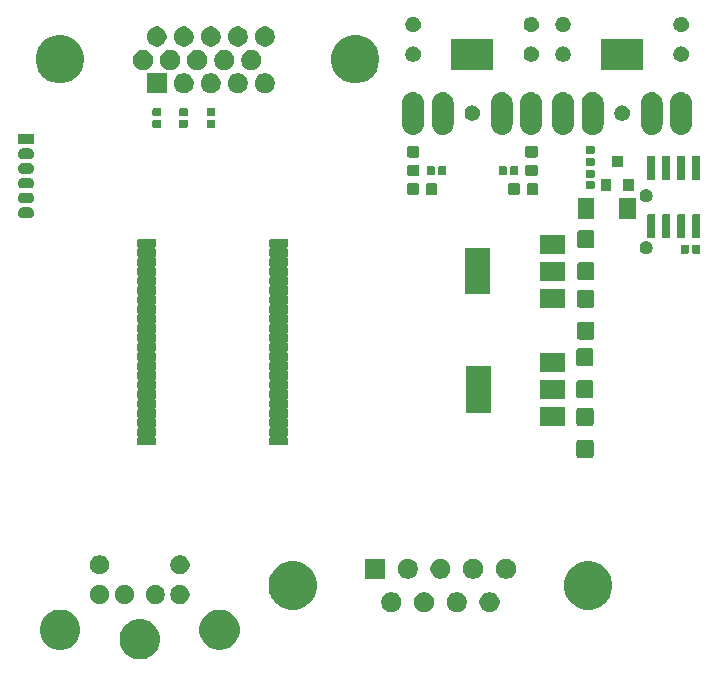
<source format=gbr>
G04 #@! TF.GenerationSoftware,KiCad,Pcbnew,5.1.1-8be2ce7~80~ubuntu18.10.1*
G04 #@! TF.CreationDate,2019-06-22T16:49:51+02:00*
G04 #@! TF.ProjectId,Spartan6,53706172-7461-46e3-962e-6b696361645f,rev?*
G04 #@! TF.SameCoordinates,Original*
G04 #@! TF.FileFunction,Soldermask,Bot*
G04 #@! TF.FilePolarity,Negative*
%FSLAX46Y46*%
G04 Gerber Fmt 4.6, Leading zero omitted, Abs format (unit mm)*
G04 Created by KiCad (PCBNEW 5.1.1-8be2ce7~80~ubuntu18.10.1) date 2019-06-22 16:49:51*
%MOMM*%
%LPD*%
G04 APERTURE LIST*
%ADD10C,0.100000*%
G04 APERTURE END LIST*
D10*
G36*
X43183362Y-88822968D02*
G01*
X43492924Y-88951193D01*
X43492925Y-88951194D01*
X43771524Y-89137347D01*
X44008453Y-89374276D01*
X44086489Y-89491066D01*
X44194607Y-89652876D01*
X44322832Y-89962438D01*
X44388200Y-90291065D01*
X44388200Y-90626135D01*
X44322832Y-90954762D01*
X44194607Y-91264324D01*
X44194606Y-91264325D01*
X44008453Y-91542924D01*
X43771524Y-91779853D01*
X43585370Y-91904237D01*
X43492924Y-91966007D01*
X43183362Y-92094232D01*
X42854735Y-92159600D01*
X42519665Y-92159600D01*
X42191038Y-92094232D01*
X41881476Y-91966007D01*
X41789030Y-91904237D01*
X41602876Y-91779853D01*
X41365947Y-91542924D01*
X41179794Y-91264325D01*
X41179793Y-91264324D01*
X41051568Y-90954762D01*
X40986200Y-90626135D01*
X40986200Y-90291065D01*
X41051568Y-89962438D01*
X41179793Y-89652876D01*
X41287911Y-89491066D01*
X41365947Y-89374276D01*
X41602876Y-89137347D01*
X41881475Y-88951194D01*
X41881476Y-88951193D01*
X42191038Y-88822968D01*
X42519665Y-88757600D01*
X42854735Y-88757600D01*
X43183362Y-88822968D01*
X43183362Y-88822968D01*
G37*
G36*
X49933362Y-88022968D02*
G01*
X50242924Y-88151193D01*
X50242925Y-88151194D01*
X50521524Y-88337347D01*
X50758453Y-88574276D01*
X50880946Y-88757600D01*
X50944607Y-88852876D01*
X51072832Y-89162438D01*
X51138200Y-89491065D01*
X51138200Y-89826135D01*
X51072832Y-90154762D01*
X50944607Y-90464324D01*
X50944606Y-90464325D01*
X50758453Y-90742924D01*
X50521524Y-90979853D01*
X50335370Y-91104237D01*
X50242924Y-91166007D01*
X49933362Y-91294232D01*
X49604735Y-91359600D01*
X49269665Y-91359600D01*
X48941038Y-91294232D01*
X48631476Y-91166007D01*
X48539030Y-91104237D01*
X48352876Y-90979853D01*
X48115947Y-90742924D01*
X47929794Y-90464325D01*
X47929793Y-90464324D01*
X47801568Y-90154762D01*
X47736200Y-89826135D01*
X47736200Y-89491065D01*
X47801568Y-89162438D01*
X47929793Y-88852876D01*
X47993454Y-88757600D01*
X48115947Y-88574276D01*
X48352876Y-88337347D01*
X48631475Y-88151194D01*
X48631476Y-88151193D01*
X48941038Y-88022968D01*
X49269665Y-87957600D01*
X49604735Y-87957600D01*
X49933362Y-88022968D01*
X49933362Y-88022968D01*
G37*
G36*
X36433362Y-88022968D02*
G01*
X36742924Y-88151193D01*
X36742925Y-88151194D01*
X37021524Y-88337347D01*
X37258453Y-88574276D01*
X37380946Y-88757600D01*
X37444607Y-88852876D01*
X37572832Y-89162438D01*
X37638200Y-89491065D01*
X37638200Y-89826135D01*
X37572832Y-90154762D01*
X37444607Y-90464324D01*
X37444606Y-90464325D01*
X37258453Y-90742924D01*
X37021524Y-90979853D01*
X36835370Y-91104237D01*
X36742924Y-91166007D01*
X36433362Y-91294232D01*
X36104735Y-91359600D01*
X35769665Y-91359600D01*
X35441038Y-91294232D01*
X35131476Y-91166007D01*
X35039030Y-91104237D01*
X34852876Y-90979853D01*
X34615947Y-90742924D01*
X34429794Y-90464325D01*
X34429793Y-90464324D01*
X34301568Y-90154762D01*
X34236200Y-89826135D01*
X34236200Y-89491065D01*
X34301568Y-89162438D01*
X34429793Y-88852876D01*
X34493454Y-88757600D01*
X34615947Y-88574276D01*
X34852876Y-88337347D01*
X35131475Y-88151194D01*
X35131476Y-88151193D01*
X35441038Y-88022968D01*
X35769665Y-87957600D01*
X36104735Y-87957600D01*
X36433362Y-88022968D01*
X36433362Y-88022968D01*
G37*
G36*
X69776628Y-86509703D02*
G01*
X69931500Y-86573853D01*
X70070881Y-86666985D01*
X70189415Y-86785519D01*
X70282547Y-86924900D01*
X70346697Y-87079772D01*
X70379400Y-87244184D01*
X70379400Y-87411816D01*
X70346697Y-87576228D01*
X70282547Y-87731100D01*
X70189415Y-87870481D01*
X70070881Y-87989015D01*
X69931500Y-88082147D01*
X69776628Y-88146297D01*
X69612216Y-88179000D01*
X69444584Y-88179000D01*
X69280172Y-88146297D01*
X69125300Y-88082147D01*
X68985919Y-87989015D01*
X68867385Y-87870481D01*
X68774253Y-87731100D01*
X68710103Y-87576228D01*
X68677400Y-87411816D01*
X68677400Y-87244184D01*
X68710103Y-87079772D01*
X68774253Y-86924900D01*
X68867385Y-86785519D01*
X68985919Y-86666985D01*
X69125300Y-86573853D01*
X69280172Y-86509703D01*
X69444584Y-86477000D01*
X69612216Y-86477000D01*
X69776628Y-86509703D01*
X69776628Y-86509703D01*
G37*
G36*
X72546628Y-86509703D02*
G01*
X72701500Y-86573853D01*
X72840881Y-86666985D01*
X72959415Y-86785519D01*
X73052547Y-86924900D01*
X73116697Y-87079772D01*
X73149400Y-87244184D01*
X73149400Y-87411816D01*
X73116697Y-87576228D01*
X73052547Y-87731100D01*
X72959415Y-87870481D01*
X72840881Y-87989015D01*
X72701500Y-88082147D01*
X72546628Y-88146297D01*
X72382216Y-88179000D01*
X72214584Y-88179000D01*
X72050172Y-88146297D01*
X71895300Y-88082147D01*
X71755919Y-87989015D01*
X71637385Y-87870481D01*
X71544253Y-87731100D01*
X71480103Y-87576228D01*
X71447400Y-87411816D01*
X71447400Y-87244184D01*
X71480103Y-87079772D01*
X71544253Y-86924900D01*
X71637385Y-86785519D01*
X71755919Y-86666985D01*
X71895300Y-86573853D01*
X72050172Y-86509703D01*
X72214584Y-86477000D01*
X72382216Y-86477000D01*
X72546628Y-86509703D01*
X72546628Y-86509703D01*
G37*
G36*
X64236628Y-86509703D02*
G01*
X64391500Y-86573853D01*
X64530881Y-86666985D01*
X64649415Y-86785519D01*
X64742547Y-86924900D01*
X64806697Y-87079772D01*
X64839400Y-87244184D01*
X64839400Y-87411816D01*
X64806697Y-87576228D01*
X64742547Y-87731100D01*
X64649415Y-87870481D01*
X64530881Y-87989015D01*
X64391500Y-88082147D01*
X64236628Y-88146297D01*
X64072216Y-88179000D01*
X63904584Y-88179000D01*
X63740172Y-88146297D01*
X63585300Y-88082147D01*
X63445919Y-87989015D01*
X63327385Y-87870481D01*
X63234253Y-87731100D01*
X63170103Y-87576228D01*
X63137400Y-87411816D01*
X63137400Y-87244184D01*
X63170103Y-87079772D01*
X63234253Y-86924900D01*
X63327385Y-86785519D01*
X63445919Y-86666985D01*
X63585300Y-86573853D01*
X63740172Y-86509703D01*
X63904584Y-86477000D01*
X64072216Y-86477000D01*
X64236628Y-86509703D01*
X64236628Y-86509703D01*
G37*
G36*
X67006628Y-86509703D02*
G01*
X67161500Y-86573853D01*
X67300881Y-86666985D01*
X67419415Y-86785519D01*
X67512547Y-86924900D01*
X67576697Y-87079772D01*
X67609400Y-87244184D01*
X67609400Y-87411816D01*
X67576697Y-87576228D01*
X67512547Y-87731100D01*
X67419415Y-87870481D01*
X67300881Y-87989015D01*
X67161500Y-88082147D01*
X67006628Y-88146297D01*
X66842216Y-88179000D01*
X66674584Y-88179000D01*
X66510172Y-88146297D01*
X66355300Y-88082147D01*
X66215919Y-87989015D01*
X66097385Y-87870481D01*
X66004253Y-87731100D01*
X65940103Y-87576228D01*
X65907400Y-87411816D01*
X65907400Y-87244184D01*
X65940103Y-87079772D01*
X66004253Y-86924900D01*
X66097385Y-86785519D01*
X66215919Y-86666985D01*
X66355300Y-86573853D01*
X66510172Y-86509703D01*
X66674584Y-86477000D01*
X66842216Y-86477000D01*
X67006628Y-86509703D01*
X67006628Y-86509703D01*
G37*
G36*
X56241654Y-83935818D02*
G01*
X56601570Y-84084900D01*
X56614913Y-84090427D01*
X56950836Y-84314884D01*
X57236516Y-84600564D01*
X57327165Y-84736229D01*
X57460974Y-84936489D01*
X57615582Y-85309746D01*
X57694400Y-85705993D01*
X57694400Y-86110007D01*
X57615582Y-86506254D01*
X57499906Y-86785520D01*
X57460973Y-86879513D01*
X57236516Y-87215436D01*
X56950836Y-87501116D01*
X56614913Y-87725573D01*
X56614912Y-87725574D01*
X56614911Y-87725574D01*
X56241654Y-87880182D01*
X55845407Y-87959000D01*
X55441393Y-87959000D01*
X55045146Y-87880182D01*
X54671889Y-87725574D01*
X54671888Y-87725574D01*
X54671887Y-87725573D01*
X54335964Y-87501116D01*
X54050284Y-87215436D01*
X53825827Y-86879513D01*
X53786894Y-86785520D01*
X53671218Y-86506254D01*
X53592400Y-86110007D01*
X53592400Y-85705993D01*
X53671218Y-85309746D01*
X53825826Y-84936489D01*
X53959636Y-84736229D01*
X54050284Y-84600564D01*
X54335964Y-84314884D01*
X54671887Y-84090427D01*
X54685230Y-84084900D01*
X55045146Y-83935818D01*
X55441393Y-83857000D01*
X55845407Y-83857000D01*
X56241654Y-83935818D01*
X56241654Y-83935818D01*
G37*
G36*
X81241654Y-83935818D02*
G01*
X81601570Y-84084900D01*
X81614913Y-84090427D01*
X81950836Y-84314884D01*
X82236516Y-84600564D01*
X82327165Y-84736229D01*
X82460974Y-84936489D01*
X82615582Y-85309746D01*
X82694400Y-85705993D01*
X82694400Y-86110007D01*
X82615582Y-86506254D01*
X82499906Y-86785520D01*
X82460973Y-86879513D01*
X82236516Y-87215436D01*
X81950836Y-87501116D01*
X81614913Y-87725573D01*
X81614912Y-87725574D01*
X81614911Y-87725574D01*
X81241654Y-87880182D01*
X80845407Y-87959000D01*
X80441393Y-87959000D01*
X80045146Y-87880182D01*
X79671889Y-87725574D01*
X79671888Y-87725574D01*
X79671887Y-87725573D01*
X79335964Y-87501116D01*
X79050284Y-87215436D01*
X78825827Y-86879513D01*
X78786894Y-86785520D01*
X78671218Y-86506254D01*
X78592400Y-86110007D01*
X78592400Y-85705993D01*
X78671218Y-85309746D01*
X78825826Y-84936489D01*
X78959636Y-84736229D01*
X79050284Y-84600564D01*
X79335964Y-84314884D01*
X79671887Y-84090427D01*
X79685230Y-84084900D01*
X80045146Y-83935818D01*
X80441393Y-83857000D01*
X80845407Y-83857000D01*
X81241654Y-83935818D01*
X81241654Y-83935818D01*
G37*
G36*
X46324342Y-85876842D02*
G01*
X46472301Y-85938129D01*
X46605455Y-86027099D01*
X46718701Y-86140345D01*
X46807671Y-86273499D01*
X46868958Y-86421458D01*
X46900200Y-86578525D01*
X46900200Y-86738675D01*
X46868958Y-86895742D01*
X46807671Y-87043701D01*
X46718701Y-87176855D01*
X46605455Y-87290101D01*
X46472301Y-87379071D01*
X46324342Y-87440358D01*
X46167275Y-87471600D01*
X46007125Y-87471600D01*
X45850058Y-87440358D01*
X45702099Y-87379071D01*
X45568945Y-87290101D01*
X45455699Y-87176855D01*
X45366729Y-87043701D01*
X45305442Y-86895742D01*
X45274200Y-86738675D01*
X45274200Y-86578525D01*
X45305442Y-86421458D01*
X45366729Y-86273499D01*
X45455699Y-86140345D01*
X45568945Y-86027099D01*
X45702099Y-85938129D01*
X45850058Y-85876842D01*
X46007125Y-85845600D01*
X46167275Y-85845600D01*
X46324342Y-85876842D01*
X46324342Y-85876842D01*
G37*
G36*
X44224342Y-85876842D02*
G01*
X44372301Y-85938129D01*
X44505455Y-86027099D01*
X44618701Y-86140345D01*
X44707671Y-86273499D01*
X44768958Y-86421458D01*
X44800200Y-86578525D01*
X44800200Y-86738675D01*
X44768958Y-86895742D01*
X44707671Y-87043701D01*
X44618701Y-87176855D01*
X44505455Y-87290101D01*
X44372301Y-87379071D01*
X44224342Y-87440358D01*
X44067275Y-87471600D01*
X43907125Y-87471600D01*
X43750058Y-87440358D01*
X43602099Y-87379071D01*
X43468945Y-87290101D01*
X43355699Y-87176855D01*
X43266729Y-87043701D01*
X43205442Y-86895742D01*
X43174200Y-86738675D01*
X43174200Y-86578525D01*
X43205442Y-86421458D01*
X43266729Y-86273499D01*
X43355699Y-86140345D01*
X43468945Y-86027099D01*
X43602099Y-85938129D01*
X43750058Y-85876842D01*
X43907125Y-85845600D01*
X44067275Y-85845600D01*
X44224342Y-85876842D01*
X44224342Y-85876842D01*
G37*
G36*
X41624342Y-85876842D02*
G01*
X41772301Y-85938129D01*
X41905455Y-86027099D01*
X42018701Y-86140345D01*
X42107671Y-86273499D01*
X42168958Y-86421458D01*
X42200200Y-86578525D01*
X42200200Y-86738675D01*
X42168958Y-86895742D01*
X42107671Y-87043701D01*
X42018701Y-87176855D01*
X41905455Y-87290101D01*
X41772301Y-87379071D01*
X41624342Y-87440358D01*
X41467275Y-87471600D01*
X41307125Y-87471600D01*
X41150058Y-87440358D01*
X41002099Y-87379071D01*
X40868945Y-87290101D01*
X40755699Y-87176855D01*
X40666729Y-87043701D01*
X40605442Y-86895742D01*
X40574200Y-86738675D01*
X40574200Y-86578525D01*
X40605442Y-86421458D01*
X40666729Y-86273499D01*
X40755699Y-86140345D01*
X40868945Y-86027099D01*
X41002099Y-85938129D01*
X41150058Y-85876842D01*
X41307125Y-85845600D01*
X41467275Y-85845600D01*
X41624342Y-85876842D01*
X41624342Y-85876842D01*
G37*
G36*
X39524342Y-85876842D02*
G01*
X39672301Y-85938129D01*
X39805455Y-86027099D01*
X39918701Y-86140345D01*
X40007671Y-86273499D01*
X40068958Y-86421458D01*
X40100200Y-86578525D01*
X40100200Y-86738675D01*
X40068958Y-86895742D01*
X40007671Y-87043701D01*
X39918701Y-87176855D01*
X39805455Y-87290101D01*
X39672301Y-87379071D01*
X39524342Y-87440358D01*
X39367275Y-87471600D01*
X39207125Y-87471600D01*
X39050058Y-87440358D01*
X38902099Y-87379071D01*
X38768945Y-87290101D01*
X38655699Y-87176855D01*
X38566729Y-87043701D01*
X38505442Y-86895742D01*
X38474200Y-86738675D01*
X38474200Y-86578525D01*
X38505442Y-86421458D01*
X38566729Y-86273499D01*
X38655699Y-86140345D01*
X38768945Y-86027099D01*
X38902099Y-85938129D01*
X39050058Y-85876842D01*
X39207125Y-85845600D01*
X39367275Y-85845600D01*
X39524342Y-85876842D01*
X39524342Y-85876842D01*
G37*
G36*
X73931628Y-83669703D02*
G01*
X74086500Y-83733853D01*
X74225881Y-83826985D01*
X74344415Y-83945519D01*
X74437547Y-84084900D01*
X74501697Y-84239772D01*
X74534400Y-84404184D01*
X74534400Y-84571816D01*
X74501697Y-84736228D01*
X74437547Y-84891100D01*
X74344415Y-85030481D01*
X74225881Y-85149015D01*
X74086500Y-85242147D01*
X73931628Y-85306297D01*
X73767216Y-85339000D01*
X73599584Y-85339000D01*
X73435172Y-85306297D01*
X73280300Y-85242147D01*
X73140919Y-85149015D01*
X73022385Y-85030481D01*
X72929253Y-84891100D01*
X72865103Y-84736228D01*
X72832400Y-84571816D01*
X72832400Y-84404184D01*
X72865103Y-84239772D01*
X72929253Y-84084900D01*
X73022385Y-83945519D01*
X73140919Y-83826985D01*
X73280300Y-83733853D01*
X73435172Y-83669703D01*
X73599584Y-83637000D01*
X73767216Y-83637000D01*
X73931628Y-83669703D01*
X73931628Y-83669703D01*
G37*
G36*
X71161628Y-83669703D02*
G01*
X71316500Y-83733853D01*
X71455881Y-83826985D01*
X71574415Y-83945519D01*
X71667547Y-84084900D01*
X71731697Y-84239772D01*
X71764400Y-84404184D01*
X71764400Y-84571816D01*
X71731697Y-84736228D01*
X71667547Y-84891100D01*
X71574415Y-85030481D01*
X71455881Y-85149015D01*
X71316500Y-85242147D01*
X71161628Y-85306297D01*
X70997216Y-85339000D01*
X70829584Y-85339000D01*
X70665172Y-85306297D01*
X70510300Y-85242147D01*
X70370919Y-85149015D01*
X70252385Y-85030481D01*
X70159253Y-84891100D01*
X70095103Y-84736228D01*
X70062400Y-84571816D01*
X70062400Y-84404184D01*
X70095103Y-84239772D01*
X70159253Y-84084900D01*
X70252385Y-83945519D01*
X70370919Y-83826985D01*
X70510300Y-83733853D01*
X70665172Y-83669703D01*
X70829584Y-83637000D01*
X70997216Y-83637000D01*
X71161628Y-83669703D01*
X71161628Y-83669703D01*
G37*
G36*
X65621628Y-83669703D02*
G01*
X65776500Y-83733853D01*
X65915881Y-83826985D01*
X66034415Y-83945519D01*
X66127547Y-84084900D01*
X66191697Y-84239772D01*
X66224400Y-84404184D01*
X66224400Y-84571816D01*
X66191697Y-84736228D01*
X66127547Y-84891100D01*
X66034415Y-85030481D01*
X65915881Y-85149015D01*
X65776500Y-85242147D01*
X65621628Y-85306297D01*
X65457216Y-85339000D01*
X65289584Y-85339000D01*
X65125172Y-85306297D01*
X64970300Y-85242147D01*
X64830919Y-85149015D01*
X64712385Y-85030481D01*
X64619253Y-84891100D01*
X64555103Y-84736228D01*
X64522400Y-84571816D01*
X64522400Y-84404184D01*
X64555103Y-84239772D01*
X64619253Y-84084900D01*
X64712385Y-83945519D01*
X64830919Y-83826985D01*
X64970300Y-83733853D01*
X65125172Y-83669703D01*
X65289584Y-83637000D01*
X65457216Y-83637000D01*
X65621628Y-83669703D01*
X65621628Y-83669703D01*
G37*
G36*
X63454400Y-85339000D02*
G01*
X61752400Y-85339000D01*
X61752400Y-83637000D01*
X63454400Y-83637000D01*
X63454400Y-85339000D01*
X63454400Y-85339000D01*
G37*
G36*
X68391628Y-83669703D02*
G01*
X68546500Y-83733853D01*
X68685881Y-83826985D01*
X68804415Y-83945519D01*
X68897547Y-84084900D01*
X68961697Y-84239772D01*
X68994400Y-84404184D01*
X68994400Y-84571816D01*
X68961697Y-84736228D01*
X68897547Y-84891100D01*
X68804415Y-85030481D01*
X68685881Y-85149015D01*
X68546500Y-85242147D01*
X68391628Y-85306297D01*
X68227216Y-85339000D01*
X68059584Y-85339000D01*
X67895172Y-85306297D01*
X67740300Y-85242147D01*
X67600919Y-85149015D01*
X67482385Y-85030481D01*
X67389253Y-84891100D01*
X67325103Y-84736228D01*
X67292400Y-84571816D01*
X67292400Y-84404184D01*
X67325103Y-84239772D01*
X67389253Y-84084900D01*
X67482385Y-83945519D01*
X67600919Y-83826985D01*
X67740300Y-83733853D01*
X67895172Y-83669703D01*
X68059584Y-83637000D01*
X68227216Y-83637000D01*
X68391628Y-83669703D01*
X68391628Y-83669703D01*
G37*
G36*
X39524342Y-83376842D02*
G01*
X39672301Y-83438129D01*
X39805455Y-83527099D01*
X39918701Y-83640345D01*
X40007671Y-83773499D01*
X40068958Y-83921458D01*
X40100200Y-84078525D01*
X40100200Y-84238675D01*
X40068958Y-84395742D01*
X40007671Y-84543701D01*
X39918701Y-84676855D01*
X39805455Y-84790101D01*
X39672301Y-84879071D01*
X39524342Y-84940358D01*
X39367275Y-84971600D01*
X39207125Y-84971600D01*
X39050058Y-84940358D01*
X38902099Y-84879071D01*
X38768945Y-84790101D01*
X38655699Y-84676855D01*
X38566729Y-84543701D01*
X38505442Y-84395742D01*
X38474200Y-84238675D01*
X38474200Y-84078525D01*
X38505442Y-83921458D01*
X38566729Y-83773499D01*
X38655699Y-83640345D01*
X38768945Y-83527099D01*
X38902099Y-83438129D01*
X39050058Y-83376842D01*
X39207125Y-83345600D01*
X39367275Y-83345600D01*
X39524342Y-83376842D01*
X39524342Y-83376842D01*
G37*
G36*
X46324342Y-83376842D02*
G01*
X46472301Y-83438129D01*
X46605455Y-83527099D01*
X46718701Y-83640345D01*
X46807671Y-83773499D01*
X46868958Y-83921458D01*
X46900200Y-84078525D01*
X46900200Y-84238675D01*
X46868958Y-84395742D01*
X46807671Y-84543701D01*
X46718701Y-84676855D01*
X46605455Y-84790101D01*
X46472301Y-84879071D01*
X46324342Y-84940358D01*
X46167275Y-84971600D01*
X46007125Y-84971600D01*
X45850058Y-84940358D01*
X45702099Y-84879071D01*
X45568945Y-84790101D01*
X45455699Y-84676855D01*
X45366729Y-84543701D01*
X45305442Y-84395742D01*
X45274200Y-84238675D01*
X45274200Y-84078525D01*
X45305442Y-83921458D01*
X45366729Y-83773499D01*
X45455699Y-83640345D01*
X45568945Y-83527099D01*
X45702099Y-83438129D01*
X45850058Y-83376842D01*
X46007125Y-83345600D01*
X46167275Y-83345600D01*
X46324342Y-83376842D01*
X46324342Y-83376842D01*
G37*
G36*
X80953698Y-73593947D02*
G01*
X80989267Y-73604737D01*
X81022039Y-73622254D01*
X81050769Y-73645831D01*
X81074346Y-73674561D01*
X81091863Y-73707333D01*
X81102653Y-73742902D01*
X81106900Y-73786025D01*
X81106900Y-74895375D01*
X81102653Y-74938498D01*
X81091863Y-74974067D01*
X81074346Y-75006839D01*
X81050769Y-75035569D01*
X81022039Y-75059146D01*
X80989267Y-75076663D01*
X80953698Y-75087453D01*
X80910575Y-75091700D01*
X79851225Y-75091700D01*
X79808102Y-75087453D01*
X79772533Y-75076663D01*
X79739761Y-75059146D01*
X79711031Y-75035569D01*
X79687454Y-75006839D01*
X79669937Y-74974067D01*
X79659147Y-74938498D01*
X79654900Y-74895375D01*
X79654900Y-73786025D01*
X79659147Y-73742902D01*
X79669937Y-73707333D01*
X79687454Y-73674561D01*
X79711031Y-73645831D01*
X79739761Y-73622254D01*
X79772533Y-73604737D01*
X79808102Y-73593947D01*
X79851225Y-73589700D01*
X80910575Y-73589700D01*
X80953698Y-73593947D01*
X80953698Y-73593947D01*
G37*
G36*
X44014587Y-56605324D02*
G01*
X44033330Y-56611010D01*
X44050597Y-56620239D01*
X44065736Y-56632664D01*
X44078161Y-56647803D01*
X44087390Y-56665070D01*
X44093076Y-56683813D01*
X44095600Y-56709440D01*
X44095600Y-57148160D01*
X44093076Y-57173787D01*
X44087390Y-57192530D01*
X44078161Y-57209797D01*
X44065735Y-57224938D01*
X44056917Y-57232175D01*
X44039590Y-57249502D01*
X44025977Y-57269876D01*
X44016599Y-57292515D01*
X44011819Y-57316548D01*
X44011819Y-57341052D01*
X44016599Y-57365085D01*
X44025977Y-57387724D01*
X44039591Y-57408099D01*
X44056917Y-57425425D01*
X44065735Y-57432662D01*
X44078161Y-57447803D01*
X44087390Y-57465070D01*
X44093076Y-57483813D01*
X44095600Y-57509440D01*
X44095600Y-57948160D01*
X44093076Y-57973787D01*
X44087390Y-57992530D01*
X44078161Y-58009797D01*
X44065735Y-58024938D01*
X44056917Y-58032175D01*
X44039590Y-58049502D01*
X44025977Y-58069876D01*
X44016599Y-58092515D01*
X44011819Y-58116548D01*
X44011819Y-58141052D01*
X44016599Y-58165085D01*
X44025977Y-58187724D01*
X44039591Y-58208099D01*
X44056917Y-58225425D01*
X44065735Y-58232662D01*
X44078161Y-58247803D01*
X44087390Y-58265070D01*
X44093076Y-58283813D01*
X44095600Y-58309440D01*
X44095600Y-58748160D01*
X44093076Y-58773787D01*
X44087390Y-58792530D01*
X44078161Y-58809797D01*
X44065735Y-58824938D01*
X44056917Y-58832175D01*
X44039590Y-58849502D01*
X44025977Y-58869876D01*
X44016599Y-58892515D01*
X44011819Y-58916548D01*
X44011819Y-58941052D01*
X44016599Y-58965085D01*
X44025977Y-58987724D01*
X44039591Y-59008099D01*
X44056917Y-59025425D01*
X44065735Y-59032662D01*
X44078161Y-59047803D01*
X44087390Y-59065070D01*
X44093076Y-59083813D01*
X44095600Y-59109440D01*
X44095600Y-59548160D01*
X44093076Y-59573787D01*
X44087390Y-59592530D01*
X44078161Y-59609797D01*
X44065735Y-59624938D01*
X44056917Y-59632175D01*
X44039590Y-59649502D01*
X44025977Y-59669876D01*
X44016599Y-59692515D01*
X44011819Y-59716548D01*
X44011819Y-59741052D01*
X44016599Y-59765085D01*
X44025977Y-59787724D01*
X44039591Y-59808099D01*
X44056917Y-59825425D01*
X44065735Y-59832662D01*
X44078161Y-59847803D01*
X44087390Y-59865070D01*
X44093076Y-59883813D01*
X44095600Y-59909440D01*
X44095600Y-60348160D01*
X44093076Y-60373787D01*
X44087390Y-60392530D01*
X44078161Y-60409797D01*
X44065735Y-60424938D01*
X44056917Y-60432175D01*
X44039590Y-60449502D01*
X44025977Y-60469876D01*
X44016599Y-60492515D01*
X44011819Y-60516548D01*
X44011819Y-60541052D01*
X44016599Y-60565085D01*
X44025977Y-60587724D01*
X44039591Y-60608099D01*
X44056917Y-60625425D01*
X44065735Y-60632662D01*
X44078161Y-60647803D01*
X44087390Y-60665070D01*
X44093076Y-60683813D01*
X44095600Y-60709440D01*
X44095600Y-61148160D01*
X44093076Y-61173787D01*
X44087390Y-61192530D01*
X44078161Y-61209797D01*
X44065735Y-61224938D01*
X44056917Y-61232175D01*
X44039590Y-61249502D01*
X44025977Y-61269876D01*
X44016599Y-61292515D01*
X44011819Y-61316548D01*
X44011819Y-61341052D01*
X44016599Y-61365085D01*
X44025977Y-61387724D01*
X44039591Y-61408099D01*
X44056917Y-61425425D01*
X44065735Y-61432662D01*
X44078161Y-61447803D01*
X44087390Y-61465070D01*
X44093076Y-61483813D01*
X44095600Y-61509440D01*
X44095600Y-61948160D01*
X44093076Y-61973787D01*
X44087390Y-61992530D01*
X44078161Y-62009797D01*
X44065735Y-62024938D01*
X44056917Y-62032175D01*
X44039590Y-62049502D01*
X44025977Y-62069876D01*
X44016599Y-62092515D01*
X44011819Y-62116548D01*
X44011819Y-62141052D01*
X44016599Y-62165085D01*
X44025977Y-62187724D01*
X44039591Y-62208099D01*
X44056917Y-62225425D01*
X44065735Y-62232662D01*
X44078161Y-62247803D01*
X44087390Y-62265070D01*
X44093076Y-62283813D01*
X44095600Y-62309440D01*
X44095600Y-62748160D01*
X44093076Y-62773787D01*
X44087390Y-62792530D01*
X44078161Y-62809797D01*
X44065735Y-62824938D01*
X44056917Y-62832175D01*
X44039590Y-62849502D01*
X44025977Y-62869876D01*
X44016599Y-62892515D01*
X44011819Y-62916548D01*
X44011819Y-62941052D01*
X44016599Y-62965085D01*
X44025977Y-62987724D01*
X44039591Y-63008099D01*
X44056917Y-63025425D01*
X44065735Y-63032662D01*
X44078161Y-63047803D01*
X44087390Y-63065070D01*
X44093076Y-63083813D01*
X44095600Y-63109440D01*
X44095600Y-63548160D01*
X44093076Y-63573787D01*
X44087390Y-63592530D01*
X44078161Y-63609797D01*
X44065735Y-63624938D01*
X44056917Y-63632175D01*
X44039590Y-63649502D01*
X44025977Y-63669876D01*
X44016599Y-63692515D01*
X44011819Y-63716548D01*
X44011819Y-63741052D01*
X44016599Y-63765085D01*
X44025977Y-63787724D01*
X44039591Y-63808099D01*
X44056917Y-63825425D01*
X44065735Y-63832662D01*
X44078161Y-63847803D01*
X44087390Y-63865070D01*
X44093076Y-63883813D01*
X44095600Y-63909440D01*
X44095600Y-64348160D01*
X44093076Y-64373787D01*
X44087390Y-64392530D01*
X44078161Y-64409797D01*
X44065735Y-64424938D01*
X44056917Y-64432175D01*
X44039590Y-64449502D01*
X44025977Y-64469876D01*
X44016599Y-64492515D01*
X44011819Y-64516548D01*
X44011819Y-64541052D01*
X44016599Y-64565085D01*
X44025977Y-64587724D01*
X44039591Y-64608099D01*
X44056917Y-64625425D01*
X44065735Y-64632662D01*
X44078161Y-64647803D01*
X44087390Y-64665070D01*
X44093076Y-64683813D01*
X44095600Y-64709440D01*
X44095600Y-65148160D01*
X44093076Y-65173787D01*
X44087390Y-65192530D01*
X44078161Y-65209797D01*
X44065735Y-65224938D01*
X44056917Y-65232175D01*
X44039590Y-65249502D01*
X44025977Y-65269876D01*
X44016599Y-65292515D01*
X44011819Y-65316548D01*
X44011819Y-65341052D01*
X44016599Y-65365085D01*
X44025977Y-65387724D01*
X44039591Y-65408099D01*
X44056917Y-65425425D01*
X44065735Y-65432662D01*
X44078161Y-65447803D01*
X44087390Y-65465070D01*
X44093076Y-65483813D01*
X44095600Y-65509440D01*
X44095600Y-65948160D01*
X44093076Y-65973787D01*
X44087390Y-65992530D01*
X44078161Y-66009797D01*
X44065735Y-66024938D01*
X44056917Y-66032175D01*
X44039590Y-66049502D01*
X44025977Y-66069876D01*
X44016599Y-66092515D01*
X44011819Y-66116548D01*
X44011819Y-66141052D01*
X44016599Y-66165085D01*
X44025977Y-66187724D01*
X44039591Y-66208099D01*
X44056917Y-66225425D01*
X44065735Y-66232662D01*
X44078161Y-66247803D01*
X44087390Y-66265070D01*
X44093076Y-66283813D01*
X44095600Y-66309440D01*
X44095600Y-66748160D01*
X44093076Y-66773787D01*
X44087390Y-66792530D01*
X44078161Y-66809797D01*
X44065735Y-66824938D01*
X44056917Y-66832175D01*
X44039590Y-66849502D01*
X44025977Y-66869876D01*
X44016599Y-66892515D01*
X44011819Y-66916548D01*
X44011819Y-66941052D01*
X44016599Y-66965085D01*
X44025977Y-66987724D01*
X44039591Y-67008099D01*
X44056917Y-67025425D01*
X44065735Y-67032662D01*
X44078161Y-67047803D01*
X44087390Y-67065070D01*
X44093076Y-67083813D01*
X44095600Y-67109440D01*
X44095600Y-67548160D01*
X44093076Y-67573787D01*
X44087390Y-67592530D01*
X44078161Y-67609797D01*
X44065735Y-67624938D01*
X44056917Y-67632175D01*
X44039590Y-67649502D01*
X44025977Y-67669876D01*
X44016599Y-67692515D01*
X44011819Y-67716548D01*
X44011819Y-67741052D01*
X44016599Y-67765085D01*
X44025977Y-67787724D01*
X44039591Y-67808099D01*
X44056917Y-67825425D01*
X44065735Y-67832662D01*
X44078161Y-67847803D01*
X44087390Y-67865070D01*
X44093076Y-67883813D01*
X44095600Y-67909440D01*
X44095600Y-68348160D01*
X44093076Y-68373787D01*
X44087390Y-68392530D01*
X44078161Y-68409797D01*
X44065735Y-68424938D01*
X44056917Y-68432175D01*
X44039590Y-68449502D01*
X44025977Y-68469876D01*
X44016599Y-68492515D01*
X44011819Y-68516548D01*
X44011819Y-68541052D01*
X44016599Y-68565085D01*
X44025977Y-68587724D01*
X44039591Y-68608099D01*
X44056917Y-68625425D01*
X44065735Y-68632662D01*
X44078161Y-68647803D01*
X44087390Y-68665070D01*
X44093076Y-68683813D01*
X44095600Y-68709440D01*
X44095600Y-69148160D01*
X44093076Y-69173787D01*
X44087390Y-69192530D01*
X44078161Y-69209797D01*
X44065735Y-69224938D01*
X44056917Y-69232175D01*
X44039590Y-69249502D01*
X44025977Y-69269876D01*
X44016599Y-69292515D01*
X44011819Y-69316548D01*
X44011819Y-69341052D01*
X44016599Y-69365085D01*
X44025977Y-69387724D01*
X44039591Y-69408099D01*
X44056917Y-69425425D01*
X44065735Y-69432662D01*
X44078161Y-69447803D01*
X44087390Y-69465070D01*
X44093076Y-69483813D01*
X44095600Y-69509440D01*
X44095600Y-69948160D01*
X44093076Y-69973787D01*
X44087390Y-69992530D01*
X44078161Y-70009797D01*
X44065735Y-70024938D01*
X44056917Y-70032175D01*
X44039590Y-70049502D01*
X44025977Y-70069876D01*
X44016599Y-70092515D01*
X44011819Y-70116548D01*
X44011819Y-70141052D01*
X44016599Y-70165085D01*
X44025977Y-70187724D01*
X44039591Y-70208099D01*
X44056917Y-70225425D01*
X44065735Y-70232662D01*
X44078161Y-70247803D01*
X44087390Y-70265070D01*
X44093076Y-70283813D01*
X44095600Y-70309440D01*
X44095600Y-70748160D01*
X44093076Y-70773787D01*
X44087390Y-70792530D01*
X44078161Y-70809797D01*
X44065735Y-70824938D01*
X44056917Y-70832175D01*
X44039590Y-70849502D01*
X44025977Y-70869876D01*
X44016599Y-70892515D01*
X44011819Y-70916548D01*
X44011819Y-70941052D01*
X44016599Y-70965085D01*
X44025977Y-70987724D01*
X44039591Y-71008099D01*
X44056917Y-71025425D01*
X44065735Y-71032662D01*
X44078161Y-71047803D01*
X44087390Y-71065070D01*
X44093076Y-71083813D01*
X44095600Y-71109440D01*
X44095600Y-71548160D01*
X44093076Y-71573787D01*
X44087390Y-71592530D01*
X44078161Y-71609797D01*
X44065735Y-71624938D01*
X44056917Y-71632175D01*
X44039590Y-71649502D01*
X44025977Y-71669876D01*
X44016599Y-71692515D01*
X44011819Y-71716548D01*
X44011819Y-71741052D01*
X44016599Y-71765085D01*
X44025977Y-71787724D01*
X44039591Y-71808099D01*
X44056917Y-71825425D01*
X44065735Y-71832662D01*
X44078161Y-71847803D01*
X44087390Y-71865070D01*
X44093076Y-71883813D01*
X44095600Y-71909440D01*
X44095600Y-72348160D01*
X44093076Y-72373787D01*
X44087390Y-72392530D01*
X44078161Y-72409797D01*
X44065735Y-72424938D01*
X44056917Y-72432175D01*
X44039590Y-72449502D01*
X44025977Y-72469876D01*
X44016599Y-72492515D01*
X44011819Y-72516548D01*
X44011819Y-72541052D01*
X44016599Y-72565085D01*
X44025977Y-72587724D01*
X44039591Y-72608099D01*
X44056917Y-72625425D01*
X44065735Y-72632662D01*
X44078161Y-72647803D01*
X44087390Y-72665070D01*
X44093076Y-72683813D01*
X44095600Y-72709440D01*
X44095600Y-73148160D01*
X44093076Y-73173787D01*
X44087390Y-73192530D01*
X44078161Y-73209797D01*
X44065735Y-73224938D01*
X44056917Y-73232175D01*
X44039590Y-73249502D01*
X44025977Y-73269876D01*
X44016599Y-73292515D01*
X44011819Y-73316548D01*
X44011819Y-73341052D01*
X44016599Y-73365085D01*
X44025977Y-73387724D01*
X44039591Y-73408099D01*
X44056917Y-73425425D01*
X44065735Y-73432662D01*
X44078161Y-73447803D01*
X44087390Y-73465070D01*
X44093076Y-73483813D01*
X44095600Y-73509440D01*
X44095600Y-73948160D01*
X44093076Y-73973787D01*
X44087390Y-73992530D01*
X44078161Y-74009797D01*
X44065736Y-74024936D01*
X44050597Y-74037361D01*
X44033330Y-74046590D01*
X44014587Y-74052276D01*
X43988960Y-74054800D01*
X42575240Y-74054800D01*
X42549613Y-74052276D01*
X42530870Y-74046590D01*
X42513603Y-74037361D01*
X42498464Y-74024936D01*
X42486039Y-74009797D01*
X42476810Y-73992530D01*
X42471124Y-73973787D01*
X42468600Y-73948160D01*
X42468600Y-73509440D01*
X42471124Y-73483813D01*
X42476810Y-73465070D01*
X42486039Y-73447803D01*
X42498465Y-73432662D01*
X42507283Y-73425425D01*
X42524610Y-73408098D01*
X42538223Y-73387724D01*
X42547601Y-73365085D01*
X42552381Y-73341052D01*
X42552381Y-73316548D01*
X42547601Y-73292515D01*
X42538223Y-73269876D01*
X42524609Y-73249501D01*
X42507283Y-73232175D01*
X42498465Y-73224938D01*
X42486039Y-73209797D01*
X42476810Y-73192530D01*
X42471124Y-73173787D01*
X42468600Y-73148160D01*
X42468600Y-72709440D01*
X42471124Y-72683813D01*
X42476810Y-72665070D01*
X42486039Y-72647803D01*
X42498465Y-72632662D01*
X42507283Y-72625425D01*
X42524610Y-72608098D01*
X42538223Y-72587724D01*
X42547601Y-72565085D01*
X42552381Y-72541052D01*
X42552381Y-72516548D01*
X42547601Y-72492515D01*
X42538223Y-72469876D01*
X42524609Y-72449501D01*
X42507283Y-72432175D01*
X42498465Y-72424938D01*
X42486039Y-72409797D01*
X42476810Y-72392530D01*
X42471124Y-72373787D01*
X42468600Y-72348160D01*
X42468600Y-71909440D01*
X42471124Y-71883813D01*
X42476810Y-71865070D01*
X42486039Y-71847803D01*
X42498465Y-71832662D01*
X42507283Y-71825425D01*
X42524610Y-71808098D01*
X42538223Y-71787724D01*
X42547601Y-71765085D01*
X42552381Y-71741052D01*
X42552381Y-71716548D01*
X42547601Y-71692515D01*
X42538223Y-71669876D01*
X42524609Y-71649501D01*
X42507283Y-71632175D01*
X42498465Y-71624938D01*
X42486039Y-71609797D01*
X42476810Y-71592530D01*
X42471124Y-71573787D01*
X42468600Y-71548160D01*
X42468600Y-71109440D01*
X42471124Y-71083813D01*
X42476810Y-71065070D01*
X42486039Y-71047803D01*
X42498465Y-71032662D01*
X42507283Y-71025425D01*
X42524610Y-71008098D01*
X42538223Y-70987724D01*
X42547601Y-70965085D01*
X42552381Y-70941052D01*
X42552381Y-70916548D01*
X42547601Y-70892515D01*
X42538223Y-70869876D01*
X42524609Y-70849501D01*
X42507283Y-70832175D01*
X42498465Y-70824938D01*
X42486039Y-70809797D01*
X42476810Y-70792530D01*
X42471124Y-70773787D01*
X42468600Y-70748160D01*
X42468600Y-70309440D01*
X42471124Y-70283813D01*
X42476810Y-70265070D01*
X42486039Y-70247803D01*
X42498465Y-70232662D01*
X42507283Y-70225425D01*
X42524610Y-70208098D01*
X42538223Y-70187724D01*
X42547601Y-70165085D01*
X42552381Y-70141052D01*
X42552381Y-70116548D01*
X42547601Y-70092515D01*
X42538223Y-70069876D01*
X42524609Y-70049501D01*
X42507283Y-70032175D01*
X42498465Y-70024938D01*
X42486039Y-70009797D01*
X42476810Y-69992530D01*
X42471124Y-69973787D01*
X42468600Y-69948160D01*
X42468600Y-69509440D01*
X42471124Y-69483813D01*
X42476810Y-69465070D01*
X42486039Y-69447803D01*
X42498465Y-69432662D01*
X42507283Y-69425425D01*
X42524610Y-69408098D01*
X42538223Y-69387724D01*
X42547601Y-69365085D01*
X42552381Y-69341052D01*
X42552381Y-69316548D01*
X42547601Y-69292515D01*
X42538223Y-69269876D01*
X42524609Y-69249501D01*
X42507283Y-69232175D01*
X42498465Y-69224938D01*
X42486039Y-69209797D01*
X42476810Y-69192530D01*
X42471124Y-69173787D01*
X42468600Y-69148160D01*
X42468600Y-68709440D01*
X42471124Y-68683813D01*
X42476810Y-68665070D01*
X42486039Y-68647803D01*
X42498465Y-68632662D01*
X42507283Y-68625425D01*
X42524610Y-68608098D01*
X42538223Y-68587724D01*
X42547601Y-68565085D01*
X42552381Y-68541052D01*
X42552381Y-68516548D01*
X42547601Y-68492515D01*
X42538223Y-68469876D01*
X42524609Y-68449501D01*
X42507283Y-68432175D01*
X42498465Y-68424938D01*
X42486039Y-68409797D01*
X42476810Y-68392530D01*
X42471124Y-68373787D01*
X42468600Y-68348160D01*
X42468600Y-67909440D01*
X42471124Y-67883813D01*
X42476810Y-67865070D01*
X42486039Y-67847803D01*
X42498465Y-67832662D01*
X42507283Y-67825425D01*
X42524610Y-67808098D01*
X42538223Y-67787724D01*
X42547601Y-67765085D01*
X42552381Y-67741052D01*
X42552381Y-67716548D01*
X42547601Y-67692515D01*
X42538223Y-67669876D01*
X42524609Y-67649501D01*
X42507283Y-67632175D01*
X42498465Y-67624938D01*
X42486039Y-67609797D01*
X42476810Y-67592530D01*
X42471124Y-67573787D01*
X42468600Y-67548160D01*
X42468600Y-67109440D01*
X42471124Y-67083813D01*
X42476810Y-67065070D01*
X42486039Y-67047803D01*
X42498465Y-67032662D01*
X42507283Y-67025425D01*
X42524610Y-67008098D01*
X42538223Y-66987724D01*
X42547601Y-66965085D01*
X42552381Y-66941052D01*
X42552381Y-66916548D01*
X42547601Y-66892515D01*
X42538223Y-66869876D01*
X42524609Y-66849501D01*
X42507283Y-66832175D01*
X42498465Y-66824938D01*
X42486039Y-66809797D01*
X42476810Y-66792530D01*
X42471124Y-66773787D01*
X42468600Y-66748160D01*
X42468600Y-66309440D01*
X42471124Y-66283813D01*
X42476810Y-66265070D01*
X42486039Y-66247803D01*
X42498465Y-66232662D01*
X42507283Y-66225425D01*
X42524610Y-66208098D01*
X42538223Y-66187724D01*
X42547601Y-66165085D01*
X42552381Y-66141052D01*
X42552381Y-66116548D01*
X42547601Y-66092515D01*
X42538223Y-66069876D01*
X42524609Y-66049501D01*
X42507283Y-66032175D01*
X42498465Y-66024938D01*
X42486039Y-66009797D01*
X42476810Y-65992530D01*
X42471124Y-65973787D01*
X42468600Y-65948160D01*
X42468600Y-65509440D01*
X42471124Y-65483813D01*
X42476810Y-65465070D01*
X42486039Y-65447803D01*
X42498465Y-65432662D01*
X42507283Y-65425425D01*
X42524610Y-65408098D01*
X42538223Y-65387724D01*
X42547601Y-65365085D01*
X42552381Y-65341052D01*
X42552381Y-65316548D01*
X42547601Y-65292515D01*
X42538223Y-65269876D01*
X42524609Y-65249501D01*
X42507283Y-65232175D01*
X42498465Y-65224938D01*
X42486039Y-65209797D01*
X42476810Y-65192530D01*
X42471124Y-65173787D01*
X42468600Y-65148160D01*
X42468600Y-64709440D01*
X42471124Y-64683813D01*
X42476810Y-64665070D01*
X42486039Y-64647803D01*
X42498465Y-64632662D01*
X42507283Y-64625425D01*
X42524610Y-64608098D01*
X42538223Y-64587724D01*
X42547601Y-64565085D01*
X42552381Y-64541052D01*
X42552381Y-64516548D01*
X42547601Y-64492515D01*
X42538223Y-64469876D01*
X42524609Y-64449501D01*
X42507283Y-64432175D01*
X42498465Y-64424938D01*
X42486039Y-64409797D01*
X42476810Y-64392530D01*
X42471124Y-64373787D01*
X42468600Y-64348160D01*
X42468600Y-63909440D01*
X42471124Y-63883813D01*
X42476810Y-63865070D01*
X42486039Y-63847803D01*
X42498465Y-63832662D01*
X42507283Y-63825425D01*
X42524610Y-63808098D01*
X42538223Y-63787724D01*
X42547601Y-63765085D01*
X42552381Y-63741052D01*
X42552381Y-63716548D01*
X42547601Y-63692515D01*
X42538223Y-63669876D01*
X42524609Y-63649501D01*
X42507283Y-63632175D01*
X42498465Y-63624938D01*
X42486039Y-63609797D01*
X42476810Y-63592530D01*
X42471124Y-63573787D01*
X42468600Y-63548160D01*
X42468600Y-63109440D01*
X42471124Y-63083813D01*
X42476810Y-63065070D01*
X42486039Y-63047803D01*
X42498465Y-63032662D01*
X42507283Y-63025425D01*
X42524610Y-63008098D01*
X42538223Y-62987724D01*
X42547601Y-62965085D01*
X42552381Y-62941052D01*
X42552381Y-62916548D01*
X42547601Y-62892515D01*
X42538223Y-62869876D01*
X42524609Y-62849501D01*
X42507283Y-62832175D01*
X42498465Y-62824938D01*
X42486039Y-62809797D01*
X42476810Y-62792530D01*
X42471124Y-62773787D01*
X42468600Y-62748160D01*
X42468600Y-62309440D01*
X42471124Y-62283813D01*
X42476810Y-62265070D01*
X42486039Y-62247803D01*
X42498465Y-62232662D01*
X42507283Y-62225425D01*
X42524610Y-62208098D01*
X42538223Y-62187724D01*
X42547601Y-62165085D01*
X42552381Y-62141052D01*
X42552381Y-62116548D01*
X42547601Y-62092515D01*
X42538223Y-62069876D01*
X42524609Y-62049501D01*
X42507283Y-62032175D01*
X42498465Y-62024938D01*
X42486039Y-62009797D01*
X42476810Y-61992530D01*
X42471124Y-61973787D01*
X42468600Y-61948160D01*
X42468600Y-61509440D01*
X42471124Y-61483813D01*
X42476810Y-61465070D01*
X42486039Y-61447803D01*
X42498465Y-61432662D01*
X42507283Y-61425425D01*
X42524610Y-61408098D01*
X42538223Y-61387724D01*
X42547601Y-61365085D01*
X42552381Y-61341052D01*
X42552381Y-61316548D01*
X42547601Y-61292515D01*
X42538223Y-61269876D01*
X42524609Y-61249501D01*
X42507283Y-61232175D01*
X42498465Y-61224938D01*
X42486039Y-61209797D01*
X42476810Y-61192530D01*
X42471124Y-61173787D01*
X42468600Y-61148160D01*
X42468600Y-60709440D01*
X42471124Y-60683813D01*
X42476810Y-60665070D01*
X42486039Y-60647803D01*
X42498465Y-60632662D01*
X42507283Y-60625425D01*
X42524610Y-60608098D01*
X42538223Y-60587724D01*
X42547601Y-60565085D01*
X42552381Y-60541052D01*
X42552381Y-60516548D01*
X42547601Y-60492515D01*
X42538223Y-60469876D01*
X42524609Y-60449501D01*
X42507283Y-60432175D01*
X42498465Y-60424938D01*
X42486039Y-60409797D01*
X42476810Y-60392530D01*
X42471124Y-60373787D01*
X42468600Y-60348160D01*
X42468600Y-59909440D01*
X42471124Y-59883813D01*
X42476810Y-59865070D01*
X42486039Y-59847803D01*
X42498465Y-59832662D01*
X42507283Y-59825425D01*
X42524610Y-59808098D01*
X42538223Y-59787724D01*
X42547601Y-59765085D01*
X42552381Y-59741052D01*
X42552381Y-59716548D01*
X42547601Y-59692515D01*
X42538223Y-59669876D01*
X42524609Y-59649501D01*
X42507283Y-59632175D01*
X42498465Y-59624938D01*
X42486039Y-59609797D01*
X42476810Y-59592530D01*
X42471124Y-59573787D01*
X42468600Y-59548160D01*
X42468600Y-59109440D01*
X42471124Y-59083813D01*
X42476810Y-59065070D01*
X42486039Y-59047803D01*
X42498465Y-59032662D01*
X42507283Y-59025425D01*
X42524610Y-59008098D01*
X42538223Y-58987724D01*
X42547601Y-58965085D01*
X42552381Y-58941052D01*
X42552381Y-58916548D01*
X42547601Y-58892515D01*
X42538223Y-58869876D01*
X42524609Y-58849501D01*
X42507283Y-58832175D01*
X42498465Y-58824938D01*
X42486039Y-58809797D01*
X42476810Y-58792530D01*
X42471124Y-58773787D01*
X42468600Y-58748160D01*
X42468600Y-58309440D01*
X42471124Y-58283813D01*
X42476810Y-58265070D01*
X42486039Y-58247803D01*
X42498465Y-58232662D01*
X42507283Y-58225425D01*
X42524610Y-58208098D01*
X42538223Y-58187724D01*
X42547601Y-58165085D01*
X42552381Y-58141052D01*
X42552381Y-58116548D01*
X42547601Y-58092515D01*
X42538223Y-58069876D01*
X42524609Y-58049501D01*
X42507283Y-58032175D01*
X42498465Y-58024938D01*
X42486039Y-58009797D01*
X42476810Y-57992530D01*
X42471124Y-57973787D01*
X42468600Y-57948160D01*
X42468600Y-57509440D01*
X42471124Y-57483813D01*
X42476810Y-57465070D01*
X42486039Y-57447803D01*
X42498465Y-57432662D01*
X42507283Y-57425425D01*
X42524610Y-57408098D01*
X42538223Y-57387724D01*
X42547601Y-57365085D01*
X42552381Y-57341052D01*
X42552381Y-57316548D01*
X42547601Y-57292515D01*
X42538223Y-57269876D01*
X42524609Y-57249501D01*
X42507283Y-57232175D01*
X42498465Y-57224938D01*
X42486039Y-57209797D01*
X42476810Y-57192530D01*
X42471124Y-57173787D01*
X42468600Y-57148160D01*
X42468600Y-56709440D01*
X42471124Y-56683813D01*
X42476810Y-56665070D01*
X42486039Y-56647803D01*
X42498464Y-56632664D01*
X42513603Y-56620239D01*
X42530870Y-56611010D01*
X42549613Y-56605324D01*
X42575240Y-56602800D01*
X43988960Y-56602800D01*
X44014587Y-56605324D01*
X44014587Y-56605324D01*
G37*
G36*
X55189587Y-56605324D02*
G01*
X55208330Y-56611010D01*
X55225597Y-56620239D01*
X55240736Y-56632664D01*
X55253161Y-56647803D01*
X55262390Y-56665070D01*
X55268076Y-56683813D01*
X55270600Y-56709440D01*
X55270600Y-57148160D01*
X55268076Y-57173787D01*
X55262390Y-57192530D01*
X55253161Y-57209797D01*
X55240735Y-57224938D01*
X55231917Y-57232175D01*
X55214590Y-57249502D01*
X55200977Y-57269876D01*
X55191599Y-57292515D01*
X55186819Y-57316548D01*
X55186819Y-57341052D01*
X55191599Y-57365085D01*
X55200977Y-57387724D01*
X55214591Y-57408099D01*
X55231917Y-57425425D01*
X55240735Y-57432662D01*
X55253161Y-57447803D01*
X55262390Y-57465070D01*
X55268076Y-57483813D01*
X55270600Y-57509440D01*
X55270600Y-57948160D01*
X55268076Y-57973787D01*
X55262390Y-57992530D01*
X55253161Y-58009797D01*
X55240735Y-58024938D01*
X55231917Y-58032175D01*
X55214590Y-58049502D01*
X55200977Y-58069876D01*
X55191599Y-58092515D01*
X55186819Y-58116548D01*
X55186819Y-58141052D01*
X55191599Y-58165085D01*
X55200977Y-58187724D01*
X55214591Y-58208099D01*
X55231917Y-58225425D01*
X55240735Y-58232662D01*
X55253161Y-58247803D01*
X55262390Y-58265070D01*
X55268076Y-58283813D01*
X55270600Y-58309440D01*
X55270600Y-58748160D01*
X55268076Y-58773787D01*
X55262390Y-58792530D01*
X55253161Y-58809797D01*
X55240735Y-58824938D01*
X55231917Y-58832175D01*
X55214590Y-58849502D01*
X55200977Y-58869876D01*
X55191599Y-58892515D01*
X55186819Y-58916548D01*
X55186819Y-58941052D01*
X55191599Y-58965085D01*
X55200977Y-58987724D01*
X55214591Y-59008099D01*
X55231917Y-59025425D01*
X55240735Y-59032662D01*
X55253161Y-59047803D01*
X55262390Y-59065070D01*
X55268076Y-59083813D01*
X55270600Y-59109440D01*
X55270600Y-59548160D01*
X55268076Y-59573787D01*
X55262390Y-59592530D01*
X55253161Y-59609797D01*
X55240735Y-59624938D01*
X55231917Y-59632175D01*
X55214590Y-59649502D01*
X55200977Y-59669876D01*
X55191599Y-59692515D01*
X55186819Y-59716548D01*
X55186819Y-59741052D01*
X55191599Y-59765085D01*
X55200977Y-59787724D01*
X55214591Y-59808099D01*
X55231917Y-59825425D01*
X55240735Y-59832662D01*
X55253161Y-59847803D01*
X55262390Y-59865070D01*
X55268076Y-59883813D01*
X55270600Y-59909440D01*
X55270600Y-60348160D01*
X55268076Y-60373787D01*
X55262390Y-60392530D01*
X55253161Y-60409797D01*
X55240735Y-60424938D01*
X55231917Y-60432175D01*
X55214590Y-60449502D01*
X55200977Y-60469876D01*
X55191599Y-60492515D01*
X55186819Y-60516548D01*
X55186819Y-60541052D01*
X55191599Y-60565085D01*
X55200977Y-60587724D01*
X55214591Y-60608099D01*
X55231917Y-60625425D01*
X55240735Y-60632662D01*
X55253161Y-60647803D01*
X55262390Y-60665070D01*
X55268076Y-60683813D01*
X55270600Y-60709440D01*
X55270600Y-61148160D01*
X55268076Y-61173787D01*
X55262390Y-61192530D01*
X55253161Y-61209797D01*
X55240735Y-61224938D01*
X55231917Y-61232175D01*
X55214590Y-61249502D01*
X55200977Y-61269876D01*
X55191599Y-61292515D01*
X55186819Y-61316548D01*
X55186819Y-61341052D01*
X55191599Y-61365085D01*
X55200977Y-61387724D01*
X55214591Y-61408099D01*
X55231917Y-61425425D01*
X55240735Y-61432662D01*
X55253161Y-61447803D01*
X55262390Y-61465070D01*
X55268076Y-61483813D01*
X55270600Y-61509440D01*
X55270600Y-61948160D01*
X55268076Y-61973787D01*
X55262390Y-61992530D01*
X55253161Y-62009797D01*
X55240735Y-62024938D01*
X55231917Y-62032175D01*
X55214590Y-62049502D01*
X55200977Y-62069876D01*
X55191599Y-62092515D01*
X55186819Y-62116548D01*
X55186819Y-62141052D01*
X55191599Y-62165085D01*
X55200977Y-62187724D01*
X55214591Y-62208099D01*
X55231917Y-62225425D01*
X55240735Y-62232662D01*
X55253161Y-62247803D01*
X55262390Y-62265070D01*
X55268076Y-62283813D01*
X55270600Y-62309440D01*
X55270600Y-62748160D01*
X55268076Y-62773787D01*
X55262390Y-62792530D01*
X55253161Y-62809797D01*
X55240735Y-62824938D01*
X55231917Y-62832175D01*
X55214590Y-62849502D01*
X55200977Y-62869876D01*
X55191599Y-62892515D01*
X55186819Y-62916548D01*
X55186819Y-62941052D01*
X55191599Y-62965085D01*
X55200977Y-62987724D01*
X55214591Y-63008099D01*
X55231917Y-63025425D01*
X55240735Y-63032662D01*
X55253161Y-63047803D01*
X55262390Y-63065070D01*
X55268076Y-63083813D01*
X55270600Y-63109440D01*
X55270600Y-63548160D01*
X55268076Y-63573787D01*
X55262390Y-63592530D01*
X55253161Y-63609797D01*
X55240735Y-63624938D01*
X55231917Y-63632175D01*
X55214590Y-63649502D01*
X55200977Y-63669876D01*
X55191599Y-63692515D01*
X55186819Y-63716548D01*
X55186819Y-63741052D01*
X55191599Y-63765085D01*
X55200977Y-63787724D01*
X55214591Y-63808099D01*
X55231917Y-63825425D01*
X55240735Y-63832662D01*
X55253161Y-63847803D01*
X55262390Y-63865070D01*
X55268076Y-63883813D01*
X55270600Y-63909440D01*
X55270600Y-64348160D01*
X55268076Y-64373787D01*
X55262390Y-64392530D01*
X55253161Y-64409797D01*
X55240735Y-64424938D01*
X55231917Y-64432175D01*
X55214590Y-64449502D01*
X55200977Y-64469876D01*
X55191599Y-64492515D01*
X55186819Y-64516548D01*
X55186819Y-64541052D01*
X55191599Y-64565085D01*
X55200977Y-64587724D01*
X55214591Y-64608099D01*
X55231917Y-64625425D01*
X55240735Y-64632662D01*
X55253161Y-64647803D01*
X55262390Y-64665070D01*
X55268076Y-64683813D01*
X55270600Y-64709440D01*
X55270600Y-65148160D01*
X55268076Y-65173787D01*
X55262390Y-65192530D01*
X55253161Y-65209797D01*
X55240735Y-65224938D01*
X55231917Y-65232175D01*
X55214590Y-65249502D01*
X55200977Y-65269876D01*
X55191599Y-65292515D01*
X55186819Y-65316548D01*
X55186819Y-65341052D01*
X55191599Y-65365085D01*
X55200977Y-65387724D01*
X55214591Y-65408099D01*
X55231917Y-65425425D01*
X55240735Y-65432662D01*
X55253161Y-65447803D01*
X55262390Y-65465070D01*
X55268076Y-65483813D01*
X55270600Y-65509440D01*
X55270600Y-65948160D01*
X55268076Y-65973787D01*
X55262390Y-65992530D01*
X55253161Y-66009797D01*
X55240735Y-66024938D01*
X55231917Y-66032175D01*
X55214590Y-66049502D01*
X55200977Y-66069876D01*
X55191599Y-66092515D01*
X55186819Y-66116548D01*
X55186819Y-66141052D01*
X55191599Y-66165085D01*
X55200977Y-66187724D01*
X55214591Y-66208099D01*
X55231917Y-66225425D01*
X55240735Y-66232662D01*
X55253161Y-66247803D01*
X55262390Y-66265070D01*
X55268076Y-66283813D01*
X55270600Y-66309440D01*
X55270600Y-66748160D01*
X55268076Y-66773787D01*
X55262390Y-66792530D01*
X55253161Y-66809797D01*
X55240735Y-66824938D01*
X55231917Y-66832175D01*
X55214590Y-66849502D01*
X55200977Y-66869876D01*
X55191599Y-66892515D01*
X55186819Y-66916548D01*
X55186819Y-66941052D01*
X55191599Y-66965085D01*
X55200977Y-66987724D01*
X55214591Y-67008099D01*
X55231917Y-67025425D01*
X55240735Y-67032662D01*
X55253161Y-67047803D01*
X55262390Y-67065070D01*
X55268076Y-67083813D01*
X55270600Y-67109440D01*
X55270600Y-67548160D01*
X55268076Y-67573787D01*
X55262390Y-67592530D01*
X55253161Y-67609797D01*
X55240735Y-67624938D01*
X55231917Y-67632175D01*
X55214590Y-67649502D01*
X55200977Y-67669876D01*
X55191599Y-67692515D01*
X55186819Y-67716548D01*
X55186819Y-67741052D01*
X55191599Y-67765085D01*
X55200977Y-67787724D01*
X55214591Y-67808099D01*
X55231917Y-67825425D01*
X55240735Y-67832662D01*
X55253161Y-67847803D01*
X55262390Y-67865070D01*
X55268076Y-67883813D01*
X55270600Y-67909440D01*
X55270600Y-68348160D01*
X55268076Y-68373787D01*
X55262390Y-68392530D01*
X55253161Y-68409797D01*
X55240735Y-68424938D01*
X55231917Y-68432175D01*
X55214590Y-68449502D01*
X55200977Y-68469876D01*
X55191599Y-68492515D01*
X55186819Y-68516548D01*
X55186819Y-68541052D01*
X55191599Y-68565085D01*
X55200977Y-68587724D01*
X55214591Y-68608099D01*
X55231917Y-68625425D01*
X55240735Y-68632662D01*
X55253161Y-68647803D01*
X55262390Y-68665070D01*
X55268076Y-68683813D01*
X55270600Y-68709440D01*
X55270600Y-69148160D01*
X55268076Y-69173787D01*
X55262390Y-69192530D01*
X55253161Y-69209797D01*
X55240735Y-69224938D01*
X55231917Y-69232175D01*
X55214590Y-69249502D01*
X55200977Y-69269876D01*
X55191599Y-69292515D01*
X55186819Y-69316548D01*
X55186819Y-69341052D01*
X55191599Y-69365085D01*
X55200977Y-69387724D01*
X55214591Y-69408099D01*
X55231917Y-69425425D01*
X55240735Y-69432662D01*
X55253161Y-69447803D01*
X55262390Y-69465070D01*
X55268076Y-69483813D01*
X55270600Y-69509440D01*
X55270600Y-69948160D01*
X55268076Y-69973787D01*
X55262390Y-69992530D01*
X55253161Y-70009797D01*
X55240735Y-70024938D01*
X55231917Y-70032175D01*
X55214590Y-70049502D01*
X55200977Y-70069876D01*
X55191599Y-70092515D01*
X55186819Y-70116548D01*
X55186819Y-70141052D01*
X55191599Y-70165085D01*
X55200977Y-70187724D01*
X55214591Y-70208099D01*
X55231917Y-70225425D01*
X55240735Y-70232662D01*
X55253161Y-70247803D01*
X55262390Y-70265070D01*
X55268076Y-70283813D01*
X55270600Y-70309440D01*
X55270600Y-70748160D01*
X55268076Y-70773787D01*
X55262390Y-70792530D01*
X55253161Y-70809797D01*
X55240735Y-70824938D01*
X55231917Y-70832175D01*
X55214590Y-70849502D01*
X55200977Y-70869876D01*
X55191599Y-70892515D01*
X55186819Y-70916548D01*
X55186819Y-70941052D01*
X55191599Y-70965085D01*
X55200977Y-70987724D01*
X55214591Y-71008099D01*
X55231917Y-71025425D01*
X55240735Y-71032662D01*
X55253161Y-71047803D01*
X55262390Y-71065070D01*
X55268076Y-71083813D01*
X55270600Y-71109440D01*
X55270600Y-71548160D01*
X55268076Y-71573787D01*
X55262390Y-71592530D01*
X55253161Y-71609797D01*
X55240735Y-71624938D01*
X55231917Y-71632175D01*
X55214590Y-71649502D01*
X55200977Y-71669876D01*
X55191599Y-71692515D01*
X55186819Y-71716548D01*
X55186819Y-71741052D01*
X55191599Y-71765085D01*
X55200977Y-71787724D01*
X55214591Y-71808099D01*
X55231917Y-71825425D01*
X55240735Y-71832662D01*
X55253161Y-71847803D01*
X55262390Y-71865070D01*
X55268076Y-71883813D01*
X55270600Y-71909440D01*
X55270600Y-72348160D01*
X55268076Y-72373787D01*
X55262390Y-72392530D01*
X55253161Y-72409797D01*
X55240735Y-72424938D01*
X55231917Y-72432175D01*
X55214590Y-72449502D01*
X55200977Y-72469876D01*
X55191599Y-72492515D01*
X55186819Y-72516548D01*
X55186819Y-72541052D01*
X55191599Y-72565085D01*
X55200977Y-72587724D01*
X55214591Y-72608099D01*
X55231917Y-72625425D01*
X55240735Y-72632662D01*
X55253161Y-72647803D01*
X55262390Y-72665070D01*
X55268076Y-72683813D01*
X55270600Y-72709440D01*
X55270600Y-73148160D01*
X55268076Y-73173787D01*
X55262390Y-73192530D01*
X55253161Y-73209797D01*
X55240735Y-73224938D01*
X55231917Y-73232175D01*
X55214590Y-73249502D01*
X55200977Y-73269876D01*
X55191599Y-73292515D01*
X55186819Y-73316548D01*
X55186819Y-73341052D01*
X55191599Y-73365085D01*
X55200977Y-73387724D01*
X55214591Y-73408099D01*
X55231917Y-73425425D01*
X55240735Y-73432662D01*
X55253161Y-73447803D01*
X55262390Y-73465070D01*
X55268076Y-73483813D01*
X55270600Y-73509440D01*
X55270600Y-73948160D01*
X55268076Y-73973787D01*
X55262390Y-73992530D01*
X55253161Y-74009797D01*
X55240736Y-74024936D01*
X55225597Y-74037361D01*
X55208330Y-74046590D01*
X55189587Y-74052276D01*
X55163960Y-74054800D01*
X53750240Y-74054800D01*
X53724613Y-74052276D01*
X53705870Y-74046590D01*
X53688603Y-74037361D01*
X53673464Y-74024936D01*
X53661039Y-74009797D01*
X53651810Y-73992530D01*
X53646124Y-73973787D01*
X53643600Y-73948160D01*
X53643600Y-73509440D01*
X53646124Y-73483813D01*
X53651810Y-73465070D01*
X53661039Y-73447803D01*
X53673465Y-73432662D01*
X53682283Y-73425425D01*
X53699610Y-73408098D01*
X53713223Y-73387724D01*
X53722601Y-73365085D01*
X53727381Y-73341052D01*
X53727381Y-73316548D01*
X53722601Y-73292515D01*
X53713223Y-73269876D01*
X53699609Y-73249501D01*
X53682283Y-73232175D01*
X53673465Y-73224938D01*
X53661039Y-73209797D01*
X53651810Y-73192530D01*
X53646124Y-73173787D01*
X53643600Y-73148160D01*
X53643600Y-72709440D01*
X53646124Y-72683813D01*
X53651810Y-72665070D01*
X53661039Y-72647803D01*
X53673465Y-72632662D01*
X53682283Y-72625425D01*
X53699610Y-72608098D01*
X53713223Y-72587724D01*
X53722601Y-72565085D01*
X53727381Y-72541052D01*
X53727381Y-72516548D01*
X53722601Y-72492515D01*
X53713223Y-72469876D01*
X53699609Y-72449501D01*
X53682283Y-72432175D01*
X53673465Y-72424938D01*
X53661039Y-72409797D01*
X53651810Y-72392530D01*
X53646124Y-72373787D01*
X53643600Y-72348160D01*
X53643600Y-71909440D01*
X53646124Y-71883813D01*
X53651810Y-71865070D01*
X53661039Y-71847803D01*
X53673465Y-71832662D01*
X53682283Y-71825425D01*
X53699610Y-71808098D01*
X53713223Y-71787724D01*
X53722601Y-71765085D01*
X53727381Y-71741052D01*
X53727381Y-71716548D01*
X53722601Y-71692515D01*
X53713223Y-71669876D01*
X53699609Y-71649501D01*
X53682283Y-71632175D01*
X53673465Y-71624938D01*
X53661039Y-71609797D01*
X53651810Y-71592530D01*
X53646124Y-71573787D01*
X53643600Y-71548160D01*
X53643600Y-71109440D01*
X53646124Y-71083813D01*
X53651810Y-71065070D01*
X53661039Y-71047803D01*
X53673465Y-71032662D01*
X53682283Y-71025425D01*
X53699610Y-71008098D01*
X53713223Y-70987724D01*
X53722601Y-70965085D01*
X53727381Y-70941052D01*
X53727381Y-70916548D01*
X53722601Y-70892515D01*
X53713223Y-70869876D01*
X53699609Y-70849501D01*
X53682283Y-70832175D01*
X53673465Y-70824938D01*
X53661039Y-70809797D01*
X53651810Y-70792530D01*
X53646124Y-70773787D01*
X53643600Y-70748160D01*
X53643600Y-70309440D01*
X53646124Y-70283813D01*
X53651810Y-70265070D01*
X53661039Y-70247803D01*
X53673465Y-70232662D01*
X53682283Y-70225425D01*
X53699610Y-70208098D01*
X53713223Y-70187724D01*
X53722601Y-70165085D01*
X53727381Y-70141052D01*
X53727381Y-70116548D01*
X53722601Y-70092515D01*
X53713223Y-70069876D01*
X53699609Y-70049501D01*
X53682283Y-70032175D01*
X53673465Y-70024938D01*
X53661039Y-70009797D01*
X53651810Y-69992530D01*
X53646124Y-69973787D01*
X53643600Y-69948160D01*
X53643600Y-69509440D01*
X53646124Y-69483813D01*
X53651810Y-69465070D01*
X53661039Y-69447803D01*
X53673465Y-69432662D01*
X53682283Y-69425425D01*
X53699610Y-69408098D01*
X53713223Y-69387724D01*
X53722601Y-69365085D01*
X53727381Y-69341052D01*
X53727381Y-69316548D01*
X53722601Y-69292515D01*
X53713223Y-69269876D01*
X53699609Y-69249501D01*
X53682283Y-69232175D01*
X53673465Y-69224938D01*
X53661039Y-69209797D01*
X53651810Y-69192530D01*
X53646124Y-69173787D01*
X53643600Y-69148160D01*
X53643600Y-68709440D01*
X53646124Y-68683813D01*
X53651810Y-68665070D01*
X53661039Y-68647803D01*
X53673465Y-68632662D01*
X53682283Y-68625425D01*
X53699610Y-68608098D01*
X53713223Y-68587724D01*
X53722601Y-68565085D01*
X53727381Y-68541052D01*
X53727381Y-68516548D01*
X53722601Y-68492515D01*
X53713223Y-68469876D01*
X53699609Y-68449501D01*
X53682283Y-68432175D01*
X53673465Y-68424938D01*
X53661039Y-68409797D01*
X53651810Y-68392530D01*
X53646124Y-68373787D01*
X53643600Y-68348160D01*
X53643600Y-67909440D01*
X53646124Y-67883813D01*
X53651810Y-67865070D01*
X53661039Y-67847803D01*
X53673465Y-67832662D01*
X53682283Y-67825425D01*
X53699610Y-67808098D01*
X53713223Y-67787724D01*
X53722601Y-67765085D01*
X53727381Y-67741052D01*
X53727381Y-67716548D01*
X53722601Y-67692515D01*
X53713223Y-67669876D01*
X53699609Y-67649501D01*
X53682283Y-67632175D01*
X53673465Y-67624938D01*
X53661039Y-67609797D01*
X53651810Y-67592530D01*
X53646124Y-67573787D01*
X53643600Y-67548160D01*
X53643600Y-67109440D01*
X53646124Y-67083813D01*
X53651810Y-67065070D01*
X53661039Y-67047803D01*
X53673465Y-67032662D01*
X53682283Y-67025425D01*
X53699610Y-67008098D01*
X53713223Y-66987724D01*
X53722601Y-66965085D01*
X53727381Y-66941052D01*
X53727381Y-66916548D01*
X53722601Y-66892515D01*
X53713223Y-66869876D01*
X53699609Y-66849501D01*
X53682283Y-66832175D01*
X53673465Y-66824938D01*
X53661039Y-66809797D01*
X53651810Y-66792530D01*
X53646124Y-66773787D01*
X53643600Y-66748160D01*
X53643600Y-66309440D01*
X53646124Y-66283813D01*
X53651810Y-66265070D01*
X53661039Y-66247803D01*
X53673465Y-66232662D01*
X53682283Y-66225425D01*
X53699610Y-66208098D01*
X53713223Y-66187724D01*
X53722601Y-66165085D01*
X53727381Y-66141052D01*
X53727381Y-66116548D01*
X53722601Y-66092515D01*
X53713223Y-66069876D01*
X53699609Y-66049501D01*
X53682283Y-66032175D01*
X53673465Y-66024938D01*
X53661039Y-66009797D01*
X53651810Y-65992530D01*
X53646124Y-65973787D01*
X53643600Y-65948160D01*
X53643600Y-65509440D01*
X53646124Y-65483813D01*
X53651810Y-65465070D01*
X53661039Y-65447803D01*
X53673465Y-65432662D01*
X53682283Y-65425425D01*
X53699610Y-65408098D01*
X53713223Y-65387724D01*
X53722601Y-65365085D01*
X53727381Y-65341052D01*
X53727381Y-65316548D01*
X53722601Y-65292515D01*
X53713223Y-65269876D01*
X53699609Y-65249501D01*
X53682283Y-65232175D01*
X53673465Y-65224938D01*
X53661039Y-65209797D01*
X53651810Y-65192530D01*
X53646124Y-65173787D01*
X53643600Y-65148160D01*
X53643600Y-64709440D01*
X53646124Y-64683813D01*
X53651810Y-64665070D01*
X53661039Y-64647803D01*
X53673465Y-64632662D01*
X53682283Y-64625425D01*
X53699610Y-64608098D01*
X53713223Y-64587724D01*
X53722601Y-64565085D01*
X53727381Y-64541052D01*
X53727381Y-64516548D01*
X53722601Y-64492515D01*
X53713223Y-64469876D01*
X53699609Y-64449501D01*
X53682283Y-64432175D01*
X53673465Y-64424938D01*
X53661039Y-64409797D01*
X53651810Y-64392530D01*
X53646124Y-64373787D01*
X53643600Y-64348160D01*
X53643600Y-63909440D01*
X53646124Y-63883813D01*
X53651810Y-63865070D01*
X53661039Y-63847803D01*
X53673465Y-63832662D01*
X53682283Y-63825425D01*
X53699610Y-63808098D01*
X53713223Y-63787724D01*
X53722601Y-63765085D01*
X53727381Y-63741052D01*
X53727381Y-63716548D01*
X53722601Y-63692515D01*
X53713223Y-63669876D01*
X53699609Y-63649501D01*
X53682283Y-63632175D01*
X53673465Y-63624938D01*
X53661039Y-63609797D01*
X53651810Y-63592530D01*
X53646124Y-63573787D01*
X53643600Y-63548160D01*
X53643600Y-63109440D01*
X53646124Y-63083813D01*
X53651810Y-63065070D01*
X53661039Y-63047803D01*
X53673465Y-63032662D01*
X53682283Y-63025425D01*
X53699610Y-63008098D01*
X53713223Y-62987724D01*
X53722601Y-62965085D01*
X53727381Y-62941052D01*
X53727381Y-62916548D01*
X53722601Y-62892515D01*
X53713223Y-62869876D01*
X53699609Y-62849501D01*
X53682283Y-62832175D01*
X53673465Y-62824938D01*
X53661039Y-62809797D01*
X53651810Y-62792530D01*
X53646124Y-62773787D01*
X53643600Y-62748160D01*
X53643600Y-62309440D01*
X53646124Y-62283813D01*
X53651810Y-62265070D01*
X53661039Y-62247803D01*
X53673465Y-62232662D01*
X53682283Y-62225425D01*
X53699610Y-62208098D01*
X53713223Y-62187724D01*
X53722601Y-62165085D01*
X53727381Y-62141052D01*
X53727381Y-62116548D01*
X53722601Y-62092515D01*
X53713223Y-62069876D01*
X53699609Y-62049501D01*
X53682283Y-62032175D01*
X53673465Y-62024938D01*
X53661039Y-62009797D01*
X53651810Y-61992530D01*
X53646124Y-61973787D01*
X53643600Y-61948160D01*
X53643600Y-61509440D01*
X53646124Y-61483813D01*
X53651810Y-61465070D01*
X53661039Y-61447803D01*
X53673465Y-61432662D01*
X53682283Y-61425425D01*
X53699610Y-61408098D01*
X53713223Y-61387724D01*
X53722601Y-61365085D01*
X53727381Y-61341052D01*
X53727381Y-61316548D01*
X53722601Y-61292515D01*
X53713223Y-61269876D01*
X53699609Y-61249501D01*
X53682283Y-61232175D01*
X53673465Y-61224938D01*
X53661039Y-61209797D01*
X53651810Y-61192530D01*
X53646124Y-61173787D01*
X53643600Y-61148160D01*
X53643600Y-60709440D01*
X53646124Y-60683813D01*
X53651810Y-60665070D01*
X53661039Y-60647803D01*
X53673465Y-60632662D01*
X53682283Y-60625425D01*
X53699610Y-60608098D01*
X53713223Y-60587724D01*
X53722601Y-60565085D01*
X53727381Y-60541052D01*
X53727381Y-60516548D01*
X53722601Y-60492515D01*
X53713223Y-60469876D01*
X53699609Y-60449501D01*
X53682283Y-60432175D01*
X53673465Y-60424938D01*
X53661039Y-60409797D01*
X53651810Y-60392530D01*
X53646124Y-60373787D01*
X53643600Y-60348160D01*
X53643600Y-59909440D01*
X53646124Y-59883813D01*
X53651810Y-59865070D01*
X53661039Y-59847803D01*
X53673465Y-59832662D01*
X53682283Y-59825425D01*
X53699610Y-59808098D01*
X53713223Y-59787724D01*
X53722601Y-59765085D01*
X53727381Y-59741052D01*
X53727381Y-59716548D01*
X53722601Y-59692515D01*
X53713223Y-59669876D01*
X53699609Y-59649501D01*
X53682283Y-59632175D01*
X53673465Y-59624938D01*
X53661039Y-59609797D01*
X53651810Y-59592530D01*
X53646124Y-59573787D01*
X53643600Y-59548160D01*
X53643600Y-59109440D01*
X53646124Y-59083813D01*
X53651810Y-59065070D01*
X53661039Y-59047803D01*
X53673465Y-59032662D01*
X53682283Y-59025425D01*
X53699610Y-59008098D01*
X53713223Y-58987724D01*
X53722601Y-58965085D01*
X53727381Y-58941052D01*
X53727381Y-58916548D01*
X53722601Y-58892515D01*
X53713223Y-58869876D01*
X53699609Y-58849501D01*
X53682283Y-58832175D01*
X53673465Y-58824938D01*
X53661039Y-58809797D01*
X53651810Y-58792530D01*
X53646124Y-58773787D01*
X53643600Y-58748160D01*
X53643600Y-58309440D01*
X53646124Y-58283813D01*
X53651810Y-58265070D01*
X53661039Y-58247803D01*
X53673465Y-58232662D01*
X53682283Y-58225425D01*
X53699610Y-58208098D01*
X53713223Y-58187724D01*
X53722601Y-58165085D01*
X53727381Y-58141052D01*
X53727381Y-58116548D01*
X53722601Y-58092515D01*
X53713223Y-58069876D01*
X53699609Y-58049501D01*
X53682283Y-58032175D01*
X53673465Y-58024938D01*
X53661039Y-58009797D01*
X53651810Y-57992530D01*
X53646124Y-57973787D01*
X53643600Y-57948160D01*
X53643600Y-57509440D01*
X53646124Y-57483813D01*
X53651810Y-57465070D01*
X53661039Y-57447803D01*
X53673465Y-57432662D01*
X53682283Y-57425425D01*
X53699610Y-57408098D01*
X53713223Y-57387724D01*
X53722601Y-57365085D01*
X53727381Y-57341052D01*
X53727381Y-57316548D01*
X53722601Y-57292515D01*
X53713223Y-57269876D01*
X53699609Y-57249501D01*
X53682283Y-57232175D01*
X53673465Y-57224938D01*
X53661039Y-57209797D01*
X53651810Y-57192530D01*
X53646124Y-57173787D01*
X53643600Y-57148160D01*
X53643600Y-56709440D01*
X53646124Y-56683813D01*
X53651810Y-56665070D01*
X53661039Y-56647803D01*
X53673464Y-56632664D01*
X53688603Y-56620239D01*
X53705870Y-56611010D01*
X53724613Y-56605324D01*
X53750240Y-56602800D01*
X55163960Y-56602800D01*
X55189587Y-56605324D01*
X55189587Y-56605324D01*
G37*
G36*
X78709400Y-72420100D02*
G01*
X76607400Y-72420100D01*
X76607400Y-70818100D01*
X78709400Y-70818100D01*
X78709400Y-72420100D01*
X78709400Y-72420100D01*
G37*
G36*
X80953698Y-70893947D02*
G01*
X80989267Y-70904737D01*
X81022039Y-70922254D01*
X81050769Y-70945831D01*
X81074346Y-70974561D01*
X81091863Y-71007333D01*
X81102653Y-71042902D01*
X81106900Y-71086025D01*
X81106900Y-72195375D01*
X81102653Y-72238498D01*
X81091863Y-72274067D01*
X81074346Y-72306839D01*
X81050769Y-72335569D01*
X81022039Y-72359146D01*
X80989267Y-72376663D01*
X80953698Y-72387453D01*
X80910575Y-72391700D01*
X79851225Y-72391700D01*
X79808102Y-72387453D01*
X79772533Y-72376663D01*
X79739761Y-72359146D01*
X79711031Y-72335569D01*
X79687454Y-72306839D01*
X79669937Y-72274067D01*
X79659147Y-72238498D01*
X79654900Y-72195375D01*
X79654900Y-71086025D01*
X79659147Y-71042902D01*
X79669937Y-71007333D01*
X79687454Y-70974561D01*
X79711031Y-70945831D01*
X79739761Y-70922254D01*
X79772533Y-70904737D01*
X79808102Y-70893947D01*
X79851225Y-70889700D01*
X80910575Y-70889700D01*
X80953698Y-70893947D01*
X80953698Y-70893947D01*
G37*
G36*
X72409400Y-71270100D02*
G01*
X70307400Y-71270100D01*
X70307400Y-67368100D01*
X72409400Y-67368100D01*
X72409400Y-71270100D01*
X72409400Y-71270100D01*
G37*
G36*
X78709400Y-70120100D02*
G01*
X76607400Y-70120100D01*
X76607400Y-68518100D01*
X78709400Y-68518100D01*
X78709400Y-70120100D01*
X78709400Y-70120100D01*
G37*
G36*
X80943498Y-68535547D02*
G01*
X80979067Y-68546337D01*
X81011839Y-68563854D01*
X81040569Y-68587431D01*
X81064146Y-68616161D01*
X81081663Y-68648933D01*
X81092453Y-68684502D01*
X81096700Y-68727625D01*
X81096700Y-69836975D01*
X81092453Y-69880098D01*
X81081663Y-69915667D01*
X81064146Y-69948439D01*
X81040569Y-69977169D01*
X81011839Y-70000746D01*
X80979067Y-70018263D01*
X80943498Y-70029053D01*
X80900375Y-70033300D01*
X79841025Y-70033300D01*
X79797902Y-70029053D01*
X79762333Y-70018263D01*
X79729561Y-70000746D01*
X79700831Y-69977169D01*
X79677254Y-69948439D01*
X79659737Y-69915667D01*
X79648947Y-69880098D01*
X79644700Y-69836975D01*
X79644700Y-68727625D01*
X79648947Y-68684502D01*
X79659737Y-68648933D01*
X79677254Y-68616161D01*
X79700831Y-68587431D01*
X79729561Y-68563854D01*
X79762333Y-68546337D01*
X79797902Y-68535547D01*
X79841025Y-68531300D01*
X80900375Y-68531300D01*
X80943498Y-68535547D01*
X80943498Y-68535547D01*
G37*
G36*
X78709400Y-67820100D02*
G01*
X76607400Y-67820100D01*
X76607400Y-66218100D01*
X78709400Y-66218100D01*
X78709400Y-67820100D01*
X78709400Y-67820100D01*
G37*
G36*
X80943498Y-65835547D02*
G01*
X80979067Y-65846337D01*
X81011839Y-65863854D01*
X81040569Y-65887431D01*
X81064146Y-65916161D01*
X81081663Y-65948933D01*
X81092453Y-65984502D01*
X81096700Y-66027625D01*
X81096700Y-67136975D01*
X81092453Y-67180098D01*
X81081663Y-67215667D01*
X81064146Y-67248439D01*
X81040569Y-67277169D01*
X81011839Y-67300746D01*
X80979067Y-67318263D01*
X80943498Y-67329053D01*
X80900375Y-67333300D01*
X79841025Y-67333300D01*
X79797902Y-67329053D01*
X79762333Y-67318263D01*
X79729561Y-67300746D01*
X79700831Y-67277169D01*
X79677254Y-67248439D01*
X79659737Y-67215667D01*
X79648947Y-67180098D01*
X79644700Y-67136975D01*
X79644700Y-66027625D01*
X79648947Y-65984502D01*
X79659737Y-65948933D01*
X79677254Y-65916161D01*
X79700831Y-65887431D01*
X79729561Y-65863854D01*
X79762333Y-65846337D01*
X79797902Y-65835547D01*
X79841025Y-65831300D01*
X80900375Y-65831300D01*
X80943498Y-65835547D01*
X80943498Y-65835547D01*
G37*
G36*
X81027298Y-63587647D02*
G01*
X81062867Y-63598437D01*
X81095639Y-63615954D01*
X81124369Y-63639531D01*
X81147946Y-63668261D01*
X81165463Y-63701033D01*
X81176253Y-63736602D01*
X81180500Y-63779725D01*
X81180500Y-64889075D01*
X81176253Y-64932198D01*
X81165463Y-64967767D01*
X81147946Y-65000539D01*
X81124369Y-65029269D01*
X81095639Y-65052846D01*
X81062867Y-65070363D01*
X81027298Y-65081153D01*
X80984175Y-65085400D01*
X79924825Y-65085400D01*
X79881702Y-65081153D01*
X79846133Y-65070363D01*
X79813361Y-65052846D01*
X79784631Y-65029269D01*
X79761054Y-65000539D01*
X79743537Y-64967767D01*
X79732747Y-64932198D01*
X79728500Y-64889075D01*
X79728500Y-63779725D01*
X79732747Y-63736602D01*
X79743537Y-63701033D01*
X79761054Y-63668261D01*
X79784631Y-63639531D01*
X79813361Y-63615954D01*
X79846133Y-63598437D01*
X79881702Y-63587647D01*
X79924825Y-63583400D01*
X80984175Y-63583400D01*
X81027298Y-63587647D01*
X81027298Y-63587647D01*
G37*
G36*
X78666200Y-62417600D02*
G01*
X76564200Y-62417600D01*
X76564200Y-60815600D01*
X78666200Y-60815600D01*
X78666200Y-62417600D01*
X78666200Y-62417600D01*
G37*
G36*
X81027298Y-60887647D02*
G01*
X81062867Y-60898437D01*
X81095639Y-60915954D01*
X81124369Y-60939531D01*
X81147946Y-60968261D01*
X81165463Y-61001033D01*
X81176253Y-61036602D01*
X81180500Y-61079725D01*
X81180500Y-62189075D01*
X81176253Y-62232198D01*
X81165463Y-62267767D01*
X81147946Y-62300539D01*
X81124369Y-62329269D01*
X81095639Y-62352846D01*
X81062867Y-62370363D01*
X81027298Y-62381153D01*
X80984175Y-62385400D01*
X79924825Y-62385400D01*
X79881702Y-62381153D01*
X79846133Y-62370363D01*
X79813361Y-62352846D01*
X79784631Y-62329269D01*
X79761054Y-62300539D01*
X79743537Y-62267767D01*
X79732747Y-62232198D01*
X79728500Y-62189075D01*
X79728500Y-61079725D01*
X79732747Y-61036602D01*
X79743537Y-61001033D01*
X79761054Y-60968261D01*
X79784631Y-60939531D01*
X79813361Y-60915954D01*
X79846133Y-60898437D01*
X79881702Y-60887647D01*
X79924825Y-60883400D01*
X80984175Y-60883400D01*
X81027298Y-60887647D01*
X81027298Y-60887647D01*
G37*
G36*
X72366200Y-61267600D02*
G01*
X70264200Y-61267600D01*
X70264200Y-57365600D01*
X72366200Y-57365600D01*
X72366200Y-61267600D01*
X72366200Y-61267600D01*
G37*
G36*
X78666200Y-60117600D02*
G01*
X76564200Y-60117600D01*
X76564200Y-58515600D01*
X78666200Y-58515600D01*
X78666200Y-60117600D01*
X78666200Y-60117600D01*
G37*
G36*
X81027298Y-58553347D02*
G01*
X81062867Y-58564137D01*
X81095639Y-58581654D01*
X81124369Y-58605231D01*
X81147946Y-58633961D01*
X81165463Y-58666733D01*
X81176253Y-58702302D01*
X81180500Y-58745425D01*
X81180500Y-59854775D01*
X81176253Y-59897898D01*
X81165463Y-59933467D01*
X81147946Y-59966239D01*
X81124369Y-59994969D01*
X81095639Y-60018546D01*
X81062867Y-60036063D01*
X81027298Y-60046853D01*
X80984175Y-60051100D01*
X79924825Y-60051100D01*
X79881702Y-60046853D01*
X79846133Y-60036063D01*
X79813361Y-60018546D01*
X79784631Y-59994969D01*
X79761054Y-59966239D01*
X79743537Y-59933467D01*
X79732747Y-59897898D01*
X79728500Y-59854775D01*
X79728500Y-58745425D01*
X79732747Y-58702302D01*
X79743537Y-58666733D01*
X79761054Y-58633961D01*
X79784631Y-58605231D01*
X79813361Y-58581654D01*
X79846133Y-58564137D01*
X79881702Y-58553347D01*
X79924825Y-58549100D01*
X80984175Y-58549100D01*
X81027298Y-58553347D01*
X81027298Y-58553347D01*
G37*
G36*
X85703493Y-56752432D02*
G01*
X85725104Y-56763983D01*
X85828495Y-56806809D01*
X85828496Y-56806810D01*
X85918742Y-56867110D01*
X85995490Y-56943858D01*
X85995491Y-56943860D01*
X86055791Y-57034105D01*
X86097326Y-57134379D01*
X86118500Y-57240830D01*
X86118500Y-57349370D01*
X86097326Y-57455821D01*
X86055791Y-57556095D01*
X86055790Y-57556096D01*
X85995490Y-57646342D01*
X85918742Y-57723090D01*
X85902842Y-57733714D01*
X85828495Y-57783391D01*
X85728221Y-57824926D01*
X85621770Y-57846100D01*
X85513230Y-57846100D01*
X85406779Y-57824926D01*
X85306505Y-57783391D01*
X85232158Y-57733714D01*
X85216258Y-57723090D01*
X85139510Y-57646342D01*
X85079210Y-57556096D01*
X85079209Y-57556095D01*
X85037674Y-57455821D01*
X85016500Y-57349370D01*
X85016500Y-57240830D01*
X85037674Y-57134379D01*
X85079209Y-57034105D01*
X85139509Y-56943860D01*
X85139510Y-56943858D01*
X85216258Y-56867110D01*
X85306504Y-56806810D01*
X85306505Y-56806809D01*
X85406779Y-56765274D01*
X85513230Y-56744100D01*
X85621769Y-56744100D01*
X85629665Y-56745671D01*
X85654045Y-56748072D01*
X85678431Y-56745671D01*
X85690714Y-56741945D01*
X85703493Y-56752432D01*
X85703493Y-56752432D01*
G37*
G36*
X78666200Y-57817600D02*
G01*
X76564200Y-57817600D01*
X76564200Y-56215600D01*
X78666200Y-56215600D01*
X78666200Y-57817600D01*
X78666200Y-57817600D01*
G37*
G36*
X90063538Y-57071316D02*
G01*
X90084157Y-57077571D01*
X90103153Y-57087724D01*
X90119808Y-57101392D01*
X90133476Y-57118047D01*
X90143629Y-57137043D01*
X90149884Y-57157662D01*
X90152600Y-57185240D01*
X90152600Y-57693960D01*
X90149884Y-57721538D01*
X90143629Y-57742157D01*
X90133476Y-57761153D01*
X90119808Y-57777808D01*
X90103153Y-57791476D01*
X90084157Y-57801629D01*
X90063538Y-57807884D01*
X90035960Y-57810600D01*
X89577240Y-57810600D01*
X89549662Y-57807884D01*
X89529043Y-57801629D01*
X89510047Y-57791476D01*
X89493392Y-57777808D01*
X89479724Y-57761153D01*
X89469571Y-57742157D01*
X89463316Y-57721538D01*
X89460600Y-57693960D01*
X89460600Y-57185240D01*
X89463316Y-57157662D01*
X89469571Y-57137043D01*
X89479724Y-57118047D01*
X89493392Y-57101392D01*
X89510047Y-57087724D01*
X89529043Y-57077571D01*
X89549662Y-57071316D01*
X89577240Y-57068600D01*
X90035960Y-57068600D01*
X90063538Y-57071316D01*
X90063538Y-57071316D01*
G37*
G36*
X89093538Y-57071316D02*
G01*
X89114157Y-57077571D01*
X89133153Y-57087724D01*
X89149808Y-57101392D01*
X89163476Y-57118047D01*
X89173629Y-57137043D01*
X89179884Y-57157662D01*
X89182600Y-57185240D01*
X89182600Y-57693960D01*
X89179884Y-57721538D01*
X89173629Y-57742157D01*
X89163476Y-57761153D01*
X89149808Y-57777808D01*
X89133153Y-57791476D01*
X89114157Y-57801629D01*
X89093538Y-57807884D01*
X89065960Y-57810600D01*
X88607240Y-57810600D01*
X88579662Y-57807884D01*
X88559043Y-57801629D01*
X88540047Y-57791476D01*
X88523392Y-57777808D01*
X88509724Y-57761153D01*
X88499571Y-57742157D01*
X88493316Y-57721538D01*
X88490600Y-57693960D01*
X88490600Y-57185240D01*
X88493316Y-57157662D01*
X88499571Y-57137043D01*
X88509724Y-57118047D01*
X88523392Y-57101392D01*
X88540047Y-57087724D01*
X88559043Y-57077571D01*
X88579662Y-57071316D01*
X88607240Y-57068600D01*
X89065960Y-57068600D01*
X89093538Y-57071316D01*
X89093538Y-57071316D01*
G37*
G36*
X81027298Y-55853347D02*
G01*
X81062867Y-55864137D01*
X81095639Y-55881654D01*
X81124369Y-55905231D01*
X81147946Y-55933961D01*
X81165463Y-55966733D01*
X81176253Y-56002302D01*
X81180500Y-56045425D01*
X81180500Y-57154775D01*
X81176253Y-57197898D01*
X81165463Y-57233467D01*
X81147946Y-57266239D01*
X81124369Y-57294969D01*
X81095639Y-57318546D01*
X81062867Y-57336063D01*
X81027298Y-57346853D01*
X80984175Y-57351100D01*
X79924825Y-57351100D01*
X79881702Y-57346853D01*
X79846133Y-57336063D01*
X79813361Y-57318546D01*
X79784631Y-57294969D01*
X79761054Y-57266239D01*
X79743537Y-57233467D01*
X79732747Y-57197898D01*
X79728500Y-57154775D01*
X79728500Y-56045425D01*
X79732747Y-56002302D01*
X79743537Y-55966733D01*
X79761054Y-55933961D01*
X79784631Y-55905231D01*
X79813361Y-55881654D01*
X79846133Y-55864137D01*
X79881702Y-55853347D01*
X79924825Y-55849100D01*
X80984175Y-55849100D01*
X81027298Y-55853347D01*
X81027298Y-55853347D01*
G37*
G36*
X86256728Y-54474264D02*
G01*
X86277809Y-54480660D01*
X86297245Y-54491048D01*
X86314276Y-54505024D01*
X86328252Y-54522055D01*
X86338640Y-54541491D01*
X86345036Y-54562572D01*
X86347800Y-54590640D01*
X86347800Y-56404360D01*
X86345036Y-56432428D01*
X86338640Y-56453509D01*
X86328252Y-56472945D01*
X86314276Y-56489976D01*
X86297245Y-56503952D01*
X86277809Y-56514340D01*
X86256728Y-56520736D01*
X86228660Y-56523500D01*
X85772939Y-56523500D01*
X85748553Y-56525902D01*
X85736271Y-56529628D01*
X85723494Y-56519141D01*
X85712971Y-56512834D01*
X85696357Y-56503954D01*
X85679324Y-56489976D01*
X85665348Y-56472945D01*
X85654960Y-56453509D01*
X85648564Y-56432428D01*
X85645800Y-56404360D01*
X85645800Y-54590640D01*
X85648564Y-54562572D01*
X85654960Y-54541491D01*
X85665348Y-54522055D01*
X85679324Y-54505024D01*
X85696355Y-54491048D01*
X85715791Y-54480660D01*
X85736872Y-54474264D01*
X85764940Y-54471500D01*
X86228660Y-54471500D01*
X86256728Y-54474264D01*
X86256728Y-54474264D01*
G37*
G36*
X90066728Y-54474264D02*
G01*
X90087809Y-54480660D01*
X90107245Y-54491048D01*
X90124276Y-54505024D01*
X90138252Y-54522055D01*
X90148640Y-54541491D01*
X90155036Y-54562572D01*
X90157800Y-54590640D01*
X90157800Y-56404360D01*
X90155036Y-56432428D01*
X90148640Y-56453509D01*
X90138252Y-56472945D01*
X90124276Y-56489976D01*
X90107245Y-56503952D01*
X90087809Y-56514340D01*
X90066728Y-56520736D01*
X90038660Y-56523500D01*
X89574940Y-56523500D01*
X89546872Y-56520736D01*
X89525791Y-56514340D01*
X89506355Y-56503952D01*
X89489324Y-56489976D01*
X89475348Y-56472945D01*
X89464960Y-56453509D01*
X89458564Y-56432428D01*
X89455800Y-56404360D01*
X89455800Y-54590640D01*
X89458564Y-54562572D01*
X89464960Y-54541491D01*
X89475348Y-54522055D01*
X89489324Y-54505024D01*
X89506355Y-54491048D01*
X89525791Y-54480660D01*
X89546872Y-54474264D01*
X89574940Y-54471500D01*
X90038660Y-54471500D01*
X90066728Y-54474264D01*
X90066728Y-54474264D01*
G37*
G36*
X88796728Y-54474264D02*
G01*
X88817809Y-54480660D01*
X88837245Y-54491048D01*
X88854276Y-54505024D01*
X88868252Y-54522055D01*
X88878640Y-54541491D01*
X88885036Y-54562572D01*
X88887800Y-54590640D01*
X88887800Y-56404360D01*
X88885036Y-56432428D01*
X88878640Y-56453509D01*
X88868252Y-56472945D01*
X88854276Y-56489976D01*
X88837245Y-56503952D01*
X88817809Y-56514340D01*
X88796728Y-56520736D01*
X88768660Y-56523500D01*
X88304940Y-56523500D01*
X88276872Y-56520736D01*
X88255791Y-56514340D01*
X88236355Y-56503952D01*
X88219324Y-56489976D01*
X88205348Y-56472945D01*
X88194960Y-56453509D01*
X88188564Y-56432428D01*
X88185800Y-56404360D01*
X88185800Y-54590640D01*
X88188564Y-54562572D01*
X88194960Y-54541491D01*
X88205348Y-54522055D01*
X88219324Y-54505024D01*
X88236355Y-54491048D01*
X88255791Y-54480660D01*
X88276872Y-54474264D01*
X88304940Y-54471500D01*
X88768660Y-54471500D01*
X88796728Y-54474264D01*
X88796728Y-54474264D01*
G37*
G36*
X87526728Y-54474264D02*
G01*
X87547809Y-54480660D01*
X87567245Y-54491048D01*
X87584276Y-54505024D01*
X87598252Y-54522055D01*
X87608640Y-54541491D01*
X87615036Y-54562572D01*
X87617800Y-54590640D01*
X87617800Y-56404360D01*
X87615036Y-56432428D01*
X87608640Y-56453509D01*
X87598252Y-56472945D01*
X87584276Y-56489976D01*
X87567245Y-56503952D01*
X87547809Y-56514340D01*
X87526728Y-56520736D01*
X87498660Y-56523500D01*
X87034940Y-56523500D01*
X87006872Y-56520736D01*
X86985791Y-56514340D01*
X86966355Y-56503952D01*
X86949324Y-56489976D01*
X86935348Y-56472945D01*
X86924960Y-56453509D01*
X86918564Y-56432428D01*
X86915800Y-56404360D01*
X86915800Y-54590640D01*
X86918564Y-54562572D01*
X86924960Y-54541491D01*
X86935348Y-54522055D01*
X86949324Y-54505024D01*
X86966355Y-54491048D01*
X86985791Y-54480660D01*
X87006872Y-54474264D01*
X87034940Y-54471500D01*
X87498660Y-54471500D01*
X87526728Y-54474264D01*
X87526728Y-54474264D01*
G37*
G36*
X81168300Y-54891200D02*
G01*
X79766300Y-54891200D01*
X79766300Y-53089200D01*
X81168300Y-53089200D01*
X81168300Y-54891200D01*
X81168300Y-54891200D01*
G37*
G36*
X84668300Y-54891200D02*
G01*
X83266300Y-54891200D01*
X83266300Y-53089200D01*
X84668300Y-53089200D01*
X84668300Y-54891200D01*
X84668300Y-54891200D01*
G37*
G36*
X33394010Y-53897925D02*
G01*
X33479026Y-53923714D01*
X33557375Y-53965593D01*
X33626049Y-54021951D01*
X33682407Y-54090625D01*
X33724286Y-54168974D01*
X33750075Y-54253990D01*
X33758782Y-54342400D01*
X33750075Y-54430810D01*
X33724286Y-54515826D01*
X33682407Y-54594175D01*
X33626049Y-54662849D01*
X33557375Y-54719207D01*
X33479026Y-54761086D01*
X33394010Y-54786875D01*
X33327758Y-54793400D01*
X32783442Y-54793400D01*
X32717190Y-54786875D01*
X32632174Y-54761086D01*
X32553825Y-54719207D01*
X32485151Y-54662849D01*
X32428793Y-54594175D01*
X32386914Y-54515826D01*
X32361125Y-54430810D01*
X32352418Y-54342400D01*
X32361125Y-54253990D01*
X32386914Y-54168974D01*
X32428793Y-54090625D01*
X32485151Y-54021951D01*
X32553825Y-53965593D01*
X32632174Y-53923714D01*
X32717190Y-53897925D01*
X32783442Y-53891400D01*
X33327758Y-53891400D01*
X33394010Y-53897925D01*
X33394010Y-53897925D01*
G37*
G36*
X33394010Y-52647925D02*
G01*
X33479026Y-52673714D01*
X33557375Y-52715593D01*
X33626049Y-52771951D01*
X33682407Y-52840625D01*
X33724286Y-52918974D01*
X33750075Y-53003990D01*
X33758782Y-53092400D01*
X33750075Y-53180810D01*
X33724286Y-53265826D01*
X33682407Y-53344175D01*
X33626049Y-53412849D01*
X33557375Y-53469207D01*
X33479026Y-53511086D01*
X33394010Y-53536875D01*
X33327758Y-53543400D01*
X32783442Y-53543400D01*
X32717190Y-53536875D01*
X32632174Y-53511086D01*
X32553825Y-53469207D01*
X32485151Y-53412849D01*
X32428793Y-53344175D01*
X32386914Y-53265826D01*
X32361125Y-53180810D01*
X32352418Y-53092400D01*
X32361125Y-53003990D01*
X32386914Y-52918974D01*
X32428793Y-52840625D01*
X32485151Y-52771951D01*
X32553825Y-52715593D01*
X32632174Y-52673714D01*
X32717190Y-52647925D01*
X32783442Y-52641400D01*
X33327758Y-52641400D01*
X33394010Y-52647925D01*
X33394010Y-52647925D01*
G37*
G36*
X85728221Y-52365274D02*
G01*
X85828495Y-52406809D01*
X85828496Y-52406810D01*
X85918742Y-52467110D01*
X85995490Y-52543858D01*
X85995491Y-52543860D01*
X86055791Y-52634105D01*
X86097326Y-52734379D01*
X86118500Y-52840830D01*
X86118500Y-52949370D01*
X86097326Y-53055821D01*
X86055791Y-53156095D01*
X86055790Y-53156096D01*
X85995490Y-53246342D01*
X85918742Y-53323090D01*
X85887187Y-53344174D01*
X85828495Y-53383391D01*
X85728221Y-53424926D01*
X85621770Y-53446100D01*
X85513230Y-53446100D01*
X85406779Y-53424926D01*
X85306505Y-53383391D01*
X85247813Y-53344174D01*
X85216258Y-53323090D01*
X85139510Y-53246342D01*
X85079210Y-53156096D01*
X85079209Y-53156095D01*
X85037674Y-53055821D01*
X85016500Y-52949370D01*
X85016500Y-52840830D01*
X85037674Y-52734379D01*
X85079209Y-52634105D01*
X85139509Y-52543860D01*
X85139510Y-52543858D01*
X85216258Y-52467110D01*
X85306504Y-52406810D01*
X85306505Y-52406809D01*
X85406779Y-52365274D01*
X85513230Y-52344100D01*
X85621770Y-52344100D01*
X85728221Y-52365274D01*
X85728221Y-52365274D01*
G37*
G36*
X67735991Y-51827485D02*
G01*
X67769969Y-51837793D01*
X67801290Y-51854534D01*
X67828739Y-51877061D01*
X67851266Y-51904510D01*
X67868007Y-51935831D01*
X67878315Y-51969809D01*
X67882400Y-52011290D01*
X67882400Y-52687510D01*
X67878315Y-52728991D01*
X67868007Y-52762969D01*
X67851266Y-52794290D01*
X67828739Y-52821739D01*
X67801290Y-52844266D01*
X67769969Y-52861007D01*
X67735991Y-52871315D01*
X67694510Y-52875400D01*
X67093290Y-52875400D01*
X67051809Y-52871315D01*
X67017831Y-52861007D01*
X66986510Y-52844266D01*
X66959061Y-52821739D01*
X66936534Y-52794290D01*
X66919793Y-52762969D01*
X66909485Y-52728991D01*
X66905400Y-52687510D01*
X66905400Y-52011290D01*
X66909485Y-51969809D01*
X66919793Y-51935831D01*
X66936534Y-51904510D01*
X66959061Y-51877061D01*
X66986510Y-51854534D01*
X67017831Y-51837793D01*
X67051809Y-51827485D01*
X67093290Y-51823400D01*
X67694510Y-51823400D01*
X67735991Y-51827485D01*
X67735991Y-51827485D01*
G37*
G36*
X74713191Y-51827485D02*
G01*
X74747169Y-51837793D01*
X74778490Y-51854534D01*
X74805939Y-51877061D01*
X74828466Y-51904510D01*
X74845207Y-51935831D01*
X74855515Y-51969809D01*
X74859600Y-52011290D01*
X74859600Y-52687510D01*
X74855515Y-52728991D01*
X74845207Y-52762969D01*
X74828466Y-52794290D01*
X74805939Y-52821739D01*
X74778490Y-52844266D01*
X74747169Y-52861007D01*
X74713191Y-52871315D01*
X74671710Y-52875400D01*
X74070490Y-52875400D01*
X74029009Y-52871315D01*
X73995031Y-52861007D01*
X73963710Y-52844266D01*
X73936261Y-52821739D01*
X73913734Y-52794290D01*
X73896993Y-52762969D01*
X73886685Y-52728991D01*
X73882600Y-52687510D01*
X73882600Y-52011290D01*
X73886685Y-51969809D01*
X73896993Y-51935831D01*
X73913734Y-51904510D01*
X73936261Y-51877061D01*
X73963710Y-51854534D01*
X73995031Y-51837793D01*
X74029009Y-51827485D01*
X74070490Y-51823400D01*
X74671710Y-51823400D01*
X74713191Y-51827485D01*
X74713191Y-51827485D01*
G37*
G36*
X76288191Y-51827485D02*
G01*
X76322169Y-51837793D01*
X76353490Y-51854534D01*
X76380939Y-51877061D01*
X76403466Y-51904510D01*
X76420207Y-51935831D01*
X76430515Y-51969809D01*
X76434600Y-52011290D01*
X76434600Y-52687510D01*
X76430515Y-52728991D01*
X76420207Y-52762969D01*
X76403466Y-52794290D01*
X76380939Y-52821739D01*
X76353490Y-52844266D01*
X76322169Y-52861007D01*
X76288191Y-52871315D01*
X76246710Y-52875400D01*
X75645490Y-52875400D01*
X75604009Y-52871315D01*
X75570031Y-52861007D01*
X75538710Y-52844266D01*
X75511261Y-52821739D01*
X75488734Y-52794290D01*
X75471993Y-52762969D01*
X75461685Y-52728991D01*
X75457600Y-52687510D01*
X75457600Y-52011290D01*
X75461685Y-51969809D01*
X75471993Y-51935831D01*
X75488734Y-51904510D01*
X75511261Y-51877061D01*
X75538710Y-51854534D01*
X75570031Y-51837793D01*
X75604009Y-51827485D01*
X75645490Y-51823400D01*
X76246710Y-51823400D01*
X76288191Y-51827485D01*
X76288191Y-51827485D01*
G37*
G36*
X66160991Y-51827485D02*
G01*
X66194969Y-51837793D01*
X66226290Y-51854534D01*
X66253739Y-51877061D01*
X66276266Y-51904510D01*
X66293007Y-51935831D01*
X66303315Y-51969809D01*
X66307400Y-52011290D01*
X66307400Y-52687510D01*
X66303315Y-52728991D01*
X66293007Y-52762969D01*
X66276266Y-52794290D01*
X66253739Y-52821739D01*
X66226290Y-52844266D01*
X66194969Y-52861007D01*
X66160991Y-52871315D01*
X66119510Y-52875400D01*
X65518290Y-52875400D01*
X65476809Y-52871315D01*
X65442831Y-52861007D01*
X65411510Y-52844266D01*
X65384061Y-52821739D01*
X65361534Y-52794290D01*
X65344793Y-52762969D01*
X65334485Y-52728991D01*
X65330400Y-52687510D01*
X65330400Y-52011290D01*
X65334485Y-51969809D01*
X65344793Y-51935831D01*
X65361534Y-51904510D01*
X65384061Y-51877061D01*
X65411510Y-51854534D01*
X65442831Y-51837793D01*
X65476809Y-51827485D01*
X65518290Y-51823400D01*
X66119510Y-51823400D01*
X66160991Y-51827485D01*
X66160991Y-51827485D01*
G37*
G36*
X84509800Y-52514400D02*
G01*
X83607800Y-52514400D01*
X83607800Y-51512400D01*
X84509800Y-51512400D01*
X84509800Y-52514400D01*
X84509800Y-52514400D01*
G37*
G36*
X82609800Y-52514400D02*
G01*
X81707800Y-52514400D01*
X81707800Y-51512400D01*
X82609800Y-51512400D01*
X82609800Y-52514400D01*
X82609800Y-52514400D01*
G37*
G36*
X81102238Y-51675816D02*
G01*
X81122857Y-51682071D01*
X81141853Y-51692224D01*
X81158508Y-51705892D01*
X81172176Y-51722547D01*
X81182329Y-51741543D01*
X81188584Y-51762162D01*
X81191300Y-51789740D01*
X81191300Y-52248460D01*
X81188584Y-52276038D01*
X81182329Y-52296657D01*
X81172176Y-52315653D01*
X81158508Y-52332308D01*
X81141853Y-52345976D01*
X81122857Y-52356129D01*
X81102238Y-52362384D01*
X81074660Y-52365100D01*
X80565940Y-52365100D01*
X80538362Y-52362384D01*
X80517743Y-52356129D01*
X80498747Y-52345976D01*
X80482092Y-52332308D01*
X80468424Y-52315653D01*
X80458271Y-52296657D01*
X80452016Y-52276038D01*
X80449300Y-52248460D01*
X80449300Y-51789740D01*
X80452016Y-51762162D01*
X80458271Y-51741543D01*
X80468424Y-51722547D01*
X80482092Y-51705892D01*
X80498747Y-51692224D01*
X80517743Y-51682071D01*
X80538362Y-51675816D01*
X80565940Y-51673100D01*
X81074660Y-51673100D01*
X81102238Y-51675816D01*
X81102238Y-51675816D01*
G37*
G36*
X33394010Y-51397925D02*
G01*
X33479026Y-51423714D01*
X33557375Y-51465593D01*
X33626049Y-51521951D01*
X33682407Y-51590625D01*
X33724286Y-51668974D01*
X33750075Y-51753990D01*
X33758782Y-51842400D01*
X33750075Y-51930810D01*
X33724286Y-52015826D01*
X33682407Y-52094175D01*
X33626049Y-52162849D01*
X33557375Y-52219207D01*
X33479026Y-52261086D01*
X33394010Y-52286875D01*
X33327758Y-52293400D01*
X32783442Y-52293400D01*
X32717190Y-52286875D01*
X32632174Y-52261086D01*
X32553825Y-52219207D01*
X32485151Y-52162849D01*
X32428793Y-52094175D01*
X32386914Y-52015826D01*
X32361125Y-51930810D01*
X32352418Y-51842400D01*
X32361125Y-51753990D01*
X32386914Y-51668974D01*
X32428793Y-51590625D01*
X32485151Y-51521951D01*
X32553825Y-51465593D01*
X32632174Y-51423714D01*
X32717190Y-51397925D01*
X32783442Y-51391400D01*
X33327758Y-51391400D01*
X33394010Y-51397925D01*
X33394010Y-51397925D01*
G37*
G36*
X87526728Y-49524264D02*
G01*
X87547809Y-49530660D01*
X87567245Y-49541048D01*
X87584276Y-49555024D01*
X87598252Y-49572055D01*
X87608640Y-49591491D01*
X87615036Y-49612572D01*
X87617800Y-49640640D01*
X87617800Y-51454360D01*
X87615036Y-51482428D01*
X87608640Y-51503509D01*
X87598252Y-51522945D01*
X87584276Y-51539976D01*
X87567245Y-51553952D01*
X87547809Y-51564340D01*
X87526728Y-51570736D01*
X87498660Y-51573500D01*
X87034940Y-51573500D01*
X87006872Y-51570736D01*
X86985791Y-51564340D01*
X86966355Y-51553952D01*
X86949324Y-51539976D01*
X86935348Y-51522945D01*
X86924960Y-51503509D01*
X86918564Y-51482428D01*
X86915800Y-51454360D01*
X86915800Y-49640640D01*
X86918564Y-49612572D01*
X86924960Y-49591491D01*
X86935348Y-49572055D01*
X86949324Y-49555024D01*
X86966355Y-49541048D01*
X86985791Y-49530660D01*
X87006872Y-49524264D01*
X87034940Y-49521500D01*
X87498660Y-49521500D01*
X87526728Y-49524264D01*
X87526728Y-49524264D01*
G37*
G36*
X90066728Y-49524264D02*
G01*
X90087809Y-49530660D01*
X90107245Y-49541048D01*
X90124276Y-49555024D01*
X90138252Y-49572055D01*
X90148640Y-49591491D01*
X90155036Y-49612572D01*
X90157800Y-49640640D01*
X90157800Y-51454360D01*
X90155036Y-51482428D01*
X90148640Y-51503509D01*
X90138252Y-51522945D01*
X90124276Y-51539976D01*
X90107245Y-51553952D01*
X90087809Y-51564340D01*
X90066728Y-51570736D01*
X90038660Y-51573500D01*
X89574940Y-51573500D01*
X89546872Y-51570736D01*
X89525791Y-51564340D01*
X89506355Y-51553952D01*
X89489324Y-51539976D01*
X89475348Y-51522945D01*
X89464960Y-51503509D01*
X89458564Y-51482428D01*
X89455800Y-51454360D01*
X89455800Y-49640640D01*
X89458564Y-49612572D01*
X89464960Y-49591491D01*
X89475348Y-49572055D01*
X89489324Y-49555024D01*
X89506355Y-49541048D01*
X89525791Y-49530660D01*
X89546872Y-49524264D01*
X89574940Y-49521500D01*
X90038660Y-49521500D01*
X90066728Y-49524264D01*
X90066728Y-49524264D01*
G37*
G36*
X86256728Y-49524264D02*
G01*
X86277809Y-49530660D01*
X86297245Y-49541048D01*
X86314276Y-49555024D01*
X86328252Y-49572055D01*
X86338640Y-49591491D01*
X86345036Y-49612572D01*
X86347800Y-49640640D01*
X86347800Y-51454360D01*
X86345036Y-51482428D01*
X86338640Y-51503509D01*
X86328252Y-51522945D01*
X86314276Y-51539976D01*
X86297245Y-51553952D01*
X86277809Y-51564340D01*
X86256728Y-51570736D01*
X86228660Y-51573500D01*
X85764940Y-51573500D01*
X85736872Y-51570736D01*
X85715791Y-51564340D01*
X85696355Y-51553952D01*
X85679324Y-51539976D01*
X85665348Y-51522945D01*
X85654960Y-51503509D01*
X85648564Y-51482428D01*
X85645800Y-51454360D01*
X85645800Y-49640640D01*
X85648564Y-49612572D01*
X85654960Y-49591491D01*
X85665348Y-49572055D01*
X85679324Y-49555024D01*
X85696355Y-49541048D01*
X85715791Y-49530660D01*
X85736872Y-49524264D01*
X85764940Y-49521500D01*
X86228660Y-49521500D01*
X86256728Y-49524264D01*
X86256728Y-49524264D01*
G37*
G36*
X88796728Y-49524264D02*
G01*
X88817809Y-49530660D01*
X88837245Y-49541048D01*
X88854276Y-49555024D01*
X88868252Y-49572055D01*
X88878640Y-49591491D01*
X88885036Y-49612572D01*
X88887800Y-49640640D01*
X88887800Y-51454360D01*
X88885036Y-51482428D01*
X88878640Y-51503509D01*
X88868252Y-51522945D01*
X88854276Y-51539976D01*
X88837245Y-51553952D01*
X88817809Y-51564340D01*
X88796728Y-51570736D01*
X88768660Y-51573500D01*
X88304940Y-51573500D01*
X88276872Y-51570736D01*
X88255791Y-51564340D01*
X88236355Y-51553952D01*
X88219324Y-51539976D01*
X88205348Y-51522945D01*
X88194960Y-51503509D01*
X88188564Y-51482428D01*
X88185800Y-51454360D01*
X88185800Y-49640640D01*
X88188564Y-49612572D01*
X88194960Y-49591491D01*
X88205348Y-49572055D01*
X88219324Y-49555024D01*
X88236355Y-49541048D01*
X88255791Y-49530660D01*
X88276872Y-49524264D01*
X88304940Y-49521500D01*
X88768660Y-49521500D01*
X88796728Y-49524264D01*
X88796728Y-49524264D01*
G37*
G36*
X81102238Y-50705816D02*
G01*
X81122857Y-50712071D01*
X81141853Y-50722224D01*
X81158508Y-50735892D01*
X81172176Y-50752547D01*
X81182329Y-50771543D01*
X81188584Y-50792162D01*
X81191300Y-50819740D01*
X81191300Y-51278460D01*
X81188584Y-51306038D01*
X81182329Y-51326657D01*
X81172176Y-51345653D01*
X81158508Y-51362308D01*
X81141853Y-51375976D01*
X81122857Y-51386129D01*
X81102238Y-51392384D01*
X81074660Y-51395100D01*
X80565940Y-51395100D01*
X80538362Y-51392384D01*
X80517743Y-51386129D01*
X80498747Y-51375976D01*
X80482092Y-51362308D01*
X80468424Y-51345653D01*
X80458271Y-51326657D01*
X80452016Y-51306038D01*
X80449300Y-51278460D01*
X80449300Y-50819740D01*
X80452016Y-50792162D01*
X80458271Y-50771543D01*
X80468424Y-50752547D01*
X80482092Y-50735892D01*
X80498747Y-50722224D01*
X80517743Y-50712071D01*
X80538362Y-50705816D01*
X80565940Y-50703100D01*
X81074660Y-50703100D01*
X81102238Y-50705816D01*
X81102238Y-50705816D01*
G37*
G36*
X66216391Y-50277585D02*
G01*
X66250369Y-50287893D01*
X66281690Y-50304634D01*
X66309139Y-50327161D01*
X66331666Y-50354610D01*
X66348407Y-50385931D01*
X66358715Y-50419909D01*
X66362800Y-50461390D01*
X66362800Y-51062610D01*
X66358715Y-51104091D01*
X66348407Y-51138069D01*
X66331666Y-51169390D01*
X66309139Y-51196839D01*
X66281690Y-51219366D01*
X66250369Y-51236107D01*
X66216391Y-51246415D01*
X66174910Y-51250500D01*
X65498690Y-51250500D01*
X65457209Y-51246415D01*
X65423231Y-51236107D01*
X65391910Y-51219366D01*
X65364461Y-51196839D01*
X65341934Y-51169390D01*
X65325193Y-51138069D01*
X65314885Y-51104091D01*
X65310800Y-51062610D01*
X65310800Y-50461390D01*
X65314885Y-50419909D01*
X65325193Y-50385931D01*
X65341934Y-50354610D01*
X65364461Y-50327161D01*
X65391910Y-50304634D01*
X65423231Y-50287893D01*
X65457209Y-50277585D01*
X65498690Y-50273500D01*
X66174910Y-50273500D01*
X66216391Y-50277585D01*
X66216391Y-50277585D01*
G37*
G36*
X76234191Y-50277585D02*
G01*
X76268169Y-50287893D01*
X76299490Y-50304634D01*
X76326939Y-50327161D01*
X76349466Y-50354610D01*
X76366207Y-50385931D01*
X76376515Y-50419909D01*
X76380600Y-50461390D01*
X76380600Y-51062610D01*
X76376515Y-51104091D01*
X76366207Y-51138069D01*
X76349466Y-51169390D01*
X76326939Y-51196839D01*
X76299490Y-51219366D01*
X76268169Y-51236107D01*
X76234191Y-51246415D01*
X76192710Y-51250500D01*
X75516490Y-51250500D01*
X75475009Y-51246415D01*
X75441031Y-51236107D01*
X75409710Y-51219366D01*
X75382261Y-51196839D01*
X75359734Y-51169390D01*
X75342993Y-51138069D01*
X75332685Y-51104091D01*
X75328600Y-51062610D01*
X75328600Y-50461390D01*
X75332685Y-50419909D01*
X75342993Y-50385931D01*
X75359734Y-50354610D01*
X75382261Y-50327161D01*
X75409710Y-50304634D01*
X75441031Y-50287893D01*
X75475009Y-50277585D01*
X75516490Y-50273500D01*
X76192710Y-50273500D01*
X76234191Y-50277585D01*
X76234191Y-50277585D01*
G37*
G36*
X74643238Y-50411416D02*
G01*
X74663857Y-50417671D01*
X74682853Y-50427824D01*
X74699508Y-50441492D01*
X74713176Y-50458147D01*
X74723329Y-50477143D01*
X74729584Y-50497762D01*
X74732300Y-50525340D01*
X74732300Y-51034060D01*
X74729584Y-51061638D01*
X74723329Y-51082257D01*
X74713176Y-51101253D01*
X74699508Y-51117908D01*
X74682853Y-51131576D01*
X74663857Y-51141729D01*
X74643238Y-51147984D01*
X74615660Y-51150700D01*
X74156940Y-51150700D01*
X74129362Y-51147984D01*
X74108743Y-51141729D01*
X74089747Y-51131576D01*
X74073092Y-51117908D01*
X74059424Y-51101253D01*
X74049271Y-51082257D01*
X74043016Y-51061638D01*
X74040300Y-51034060D01*
X74040300Y-50525340D01*
X74043016Y-50497762D01*
X74049271Y-50477143D01*
X74059424Y-50458147D01*
X74073092Y-50441492D01*
X74089747Y-50427824D01*
X74108743Y-50417671D01*
X74129362Y-50411416D01*
X74156940Y-50408700D01*
X74615660Y-50408700D01*
X74643238Y-50411416D01*
X74643238Y-50411416D01*
G37*
G36*
X73673238Y-50411416D02*
G01*
X73693857Y-50417671D01*
X73712853Y-50427824D01*
X73729508Y-50441492D01*
X73743176Y-50458147D01*
X73753329Y-50477143D01*
X73759584Y-50497762D01*
X73762300Y-50525340D01*
X73762300Y-51034060D01*
X73759584Y-51061638D01*
X73753329Y-51082257D01*
X73743176Y-51101253D01*
X73729508Y-51117908D01*
X73712853Y-51131576D01*
X73693857Y-51141729D01*
X73673238Y-51147984D01*
X73645660Y-51150700D01*
X73186940Y-51150700D01*
X73159362Y-51147984D01*
X73138743Y-51141729D01*
X73119747Y-51131576D01*
X73103092Y-51117908D01*
X73089424Y-51101253D01*
X73079271Y-51082257D01*
X73073016Y-51061638D01*
X73070300Y-51034060D01*
X73070300Y-50525340D01*
X73073016Y-50497762D01*
X73079271Y-50477143D01*
X73089424Y-50458147D01*
X73103092Y-50441492D01*
X73119747Y-50427824D01*
X73138743Y-50417671D01*
X73159362Y-50411416D01*
X73186940Y-50408700D01*
X73645660Y-50408700D01*
X73673238Y-50411416D01*
X73673238Y-50411416D01*
G37*
G36*
X68552338Y-50411416D02*
G01*
X68572957Y-50417671D01*
X68591953Y-50427824D01*
X68608608Y-50441492D01*
X68622276Y-50458147D01*
X68632429Y-50477143D01*
X68638684Y-50497762D01*
X68641400Y-50525340D01*
X68641400Y-51034060D01*
X68638684Y-51061638D01*
X68632429Y-51082257D01*
X68622276Y-51101253D01*
X68608608Y-51117908D01*
X68591953Y-51131576D01*
X68572957Y-51141729D01*
X68552338Y-51147984D01*
X68524760Y-51150700D01*
X68066040Y-51150700D01*
X68038462Y-51147984D01*
X68017843Y-51141729D01*
X67998847Y-51131576D01*
X67982192Y-51117908D01*
X67968524Y-51101253D01*
X67958371Y-51082257D01*
X67952116Y-51061638D01*
X67949400Y-51034060D01*
X67949400Y-50525340D01*
X67952116Y-50497762D01*
X67958371Y-50477143D01*
X67968524Y-50458147D01*
X67982192Y-50441492D01*
X67998847Y-50427824D01*
X68017843Y-50417671D01*
X68038462Y-50411416D01*
X68066040Y-50408700D01*
X68524760Y-50408700D01*
X68552338Y-50411416D01*
X68552338Y-50411416D01*
G37*
G36*
X67582338Y-50411416D02*
G01*
X67602957Y-50417671D01*
X67621953Y-50427824D01*
X67638608Y-50441492D01*
X67652276Y-50458147D01*
X67662429Y-50477143D01*
X67668684Y-50497762D01*
X67671400Y-50525340D01*
X67671400Y-51034060D01*
X67668684Y-51061638D01*
X67662429Y-51082257D01*
X67652276Y-51101253D01*
X67638608Y-51117908D01*
X67621953Y-51131576D01*
X67602957Y-51141729D01*
X67582338Y-51147984D01*
X67554760Y-51150700D01*
X67096040Y-51150700D01*
X67068462Y-51147984D01*
X67047843Y-51141729D01*
X67028847Y-51131576D01*
X67012192Y-51117908D01*
X66998524Y-51101253D01*
X66988371Y-51082257D01*
X66982116Y-51061638D01*
X66979400Y-51034060D01*
X66979400Y-50525340D01*
X66982116Y-50497762D01*
X66988371Y-50477143D01*
X66998524Y-50458147D01*
X67012192Y-50441492D01*
X67028847Y-50427824D01*
X67047843Y-50417671D01*
X67068462Y-50411416D01*
X67096040Y-50408700D01*
X67554760Y-50408700D01*
X67582338Y-50411416D01*
X67582338Y-50411416D01*
G37*
G36*
X33394010Y-50147925D02*
G01*
X33479026Y-50173714D01*
X33557375Y-50215593D01*
X33626049Y-50271951D01*
X33682407Y-50340625D01*
X33724286Y-50418974D01*
X33750075Y-50503990D01*
X33758782Y-50592400D01*
X33750075Y-50680810D01*
X33724286Y-50765826D01*
X33682407Y-50844175D01*
X33626049Y-50912849D01*
X33557375Y-50969207D01*
X33479026Y-51011086D01*
X33394010Y-51036875D01*
X33327758Y-51043400D01*
X32783442Y-51043400D01*
X32717190Y-51036875D01*
X32632174Y-51011086D01*
X32553825Y-50969207D01*
X32485151Y-50912849D01*
X32428793Y-50844175D01*
X32386914Y-50765826D01*
X32361125Y-50680810D01*
X32352418Y-50592400D01*
X32361125Y-50503990D01*
X32386914Y-50418974D01*
X32428793Y-50340625D01*
X32485151Y-50271951D01*
X32553825Y-50215593D01*
X32632174Y-50173714D01*
X32717190Y-50147925D01*
X32783442Y-50141400D01*
X33327758Y-50141400D01*
X33394010Y-50147925D01*
X33394010Y-50147925D01*
G37*
G36*
X83559800Y-50514400D02*
G01*
X82657800Y-50514400D01*
X82657800Y-49512400D01*
X83559800Y-49512400D01*
X83559800Y-50514400D01*
X83559800Y-50514400D01*
G37*
G36*
X81104738Y-49681916D02*
G01*
X81125357Y-49688171D01*
X81144353Y-49698324D01*
X81161008Y-49711992D01*
X81174676Y-49728647D01*
X81184829Y-49747643D01*
X81191084Y-49768262D01*
X81193800Y-49795840D01*
X81193800Y-50254560D01*
X81191084Y-50282138D01*
X81184829Y-50302757D01*
X81174676Y-50321753D01*
X81161008Y-50338408D01*
X81144353Y-50352076D01*
X81125357Y-50362229D01*
X81104738Y-50368484D01*
X81077160Y-50371200D01*
X80568440Y-50371200D01*
X80540862Y-50368484D01*
X80520243Y-50362229D01*
X80501247Y-50352076D01*
X80484592Y-50338408D01*
X80470924Y-50321753D01*
X80460771Y-50302757D01*
X80454516Y-50282138D01*
X80451800Y-50254560D01*
X80451800Y-49795840D01*
X80454516Y-49768262D01*
X80460771Y-49747643D01*
X80470924Y-49728647D01*
X80484592Y-49711992D01*
X80501247Y-49698324D01*
X80520243Y-49688171D01*
X80540862Y-49681916D01*
X80568440Y-49679200D01*
X81077160Y-49679200D01*
X81104738Y-49681916D01*
X81104738Y-49681916D01*
G37*
G36*
X33394010Y-48897925D02*
G01*
X33479026Y-48923714D01*
X33557375Y-48965593D01*
X33626049Y-49021951D01*
X33682407Y-49090625D01*
X33724286Y-49168974D01*
X33750075Y-49253990D01*
X33758782Y-49342400D01*
X33750075Y-49430810D01*
X33724286Y-49515826D01*
X33682407Y-49594175D01*
X33626049Y-49662849D01*
X33557375Y-49719207D01*
X33479026Y-49761086D01*
X33394010Y-49786875D01*
X33327758Y-49793400D01*
X32783442Y-49793400D01*
X32717190Y-49786875D01*
X32632174Y-49761086D01*
X32553825Y-49719207D01*
X32485151Y-49662849D01*
X32428793Y-49594175D01*
X32386914Y-49515826D01*
X32361125Y-49430810D01*
X32352418Y-49342400D01*
X32361125Y-49253990D01*
X32386914Y-49168974D01*
X32428793Y-49090625D01*
X32485151Y-49021951D01*
X32553825Y-48965593D01*
X32632174Y-48923714D01*
X32717190Y-48897925D01*
X32783442Y-48891400D01*
X33327758Y-48891400D01*
X33394010Y-48897925D01*
X33394010Y-48897925D01*
G37*
G36*
X76234191Y-48702585D02*
G01*
X76268169Y-48712893D01*
X76299490Y-48729634D01*
X76326939Y-48752161D01*
X76349466Y-48779610D01*
X76366207Y-48810931D01*
X76376515Y-48844909D01*
X76380600Y-48886390D01*
X76380600Y-49487610D01*
X76376515Y-49529091D01*
X76366207Y-49563069D01*
X76349466Y-49594390D01*
X76326939Y-49621839D01*
X76299490Y-49644366D01*
X76268169Y-49661107D01*
X76234191Y-49671415D01*
X76192710Y-49675500D01*
X75516490Y-49675500D01*
X75475009Y-49671415D01*
X75441031Y-49661107D01*
X75409710Y-49644366D01*
X75382261Y-49621839D01*
X75359734Y-49594390D01*
X75342993Y-49563069D01*
X75332685Y-49529091D01*
X75328600Y-49487610D01*
X75328600Y-48886390D01*
X75332685Y-48844909D01*
X75342993Y-48810931D01*
X75359734Y-48779610D01*
X75382261Y-48752161D01*
X75409710Y-48729634D01*
X75441031Y-48712893D01*
X75475009Y-48702585D01*
X75516490Y-48698500D01*
X76192710Y-48698500D01*
X76234191Y-48702585D01*
X76234191Y-48702585D01*
G37*
G36*
X66216391Y-48702585D02*
G01*
X66250369Y-48712893D01*
X66281690Y-48729634D01*
X66309139Y-48752161D01*
X66331666Y-48779610D01*
X66348407Y-48810931D01*
X66358715Y-48844909D01*
X66362800Y-48886390D01*
X66362800Y-49487610D01*
X66358715Y-49529091D01*
X66348407Y-49563069D01*
X66331666Y-49594390D01*
X66309139Y-49621839D01*
X66281690Y-49644366D01*
X66250369Y-49661107D01*
X66216391Y-49671415D01*
X66174910Y-49675500D01*
X65498690Y-49675500D01*
X65457209Y-49671415D01*
X65423231Y-49661107D01*
X65391910Y-49644366D01*
X65364461Y-49621839D01*
X65341934Y-49594390D01*
X65325193Y-49563069D01*
X65314885Y-49529091D01*
X65310800Y-49487610D01*
X65310800Y-48886390D01*
X65314885Y-48844909D01*
X65325193Y-48810931D01*
X65341934Y-48779610D01*
X65364461Y-48752161D01*
X65391910Y-48729634D01*
X65423231Y-48712893D01*
X65457209Y-48702585D01*
X65498690Y-48698500D01*
X66174910Y-48698500D01*
X66216391Y-48702585D01*
X66216391Y-48702585D01*
G37*
G36*
X81104738Y-48711916D02*
G01*
X81125357Y-48718171D01*
X81144353Y-48728324D01*
X81161008Y-48741992D01*
X81174676Y-48758647D01*
X81184829Y-48777643D01*
X81191084Y-48798262D01*
X81193800Y-48825840D01*
X81193800Y-49284560D01*
X81191084Y-49312138D01*
X81184829Y-49332757D01*
X81174676Y-49351753D01*
X81161008Y-49368408D01*
X81144353Y-49382076D01*
X81125357Y-49392229D01*
X81104738Y-49398484D01*
X81077160Y-49401200D01*
X80568440Y-49401200D01*
X80540862Y-49398484D01*
X80520243Y-49392229D01*
X80501247Y-49382076D01*
X80484592Y-49368408D01*
X80470924Y-49351753D01*
X80460771Y-49332757D01*
X80454516Y-49312138D01*
X80451800Y-49284560D01*
X80451800Y-48825840D01*
X80454516Y-48798262D01*
X80460771Y-48777643D01*
X80470924Y-48758647D01*
X80484592Y-48741992D01*
X80501247Y-48728324D01*
X80520243Y-48718171D01*
X80540862Y-48711916D01*
X80568440Y-48709200D01*
X81077160Y-48709200D01*
X81104738Y-48711916D01*
X81104738Y-48711916D01*
G37*
G36*
X33625283Y-47645125D02*
G01*
X33655743Y-47654366D01*
X33683823Y-47669374D01*
X33708431Y-47689569D01*
X33728626Y-47714177D01*
X33743634Y-47742257D01*
X33752875Y-47772717D01*
X33756600Y-47810540D01*
X33756600Y-48374260D01*
X33752875Y-48412083D01*
X33743634Y-48442543D01*
X33728626Y-48470623D01*
X33708431Y-48495231D01*
X33683823Y-48515426D01*
X33655743Y-48530434D01*
X33625283Y-48539675D01*
X33587460Y-48543400D01*
X32523740Y-48543400D01*
X32485917Y-48539675D01*
X32455457Y-48530434D01*
X32427377Y-48515426D01*
X32402769Y-48495231D01*
X32382574Y-48470623D01*
X32367566Y-48442543D01*
X32358325Y-48412083D01*
X32354600Y-48374260D01*
X32354600Y-47810540D01*
X32358325Y-47772717D01*
X32367566Y-47742257D01*
X32382574Y-47714177D01*
X32402769Y-47689569D01*
X32427377Y-47669374D01*
X32455457Y-47654366D01*
X32485917Y-47645125D01*
X32523740Y-47641400D01*
X33587460Y-47641400D01*
X33625283Y-47645125D01*
X33625283Y-47645125D01*
G37*
G36*
X88709428Y-44164898D02*
G01*
X88883974Y-44217847D01*
X88883977Y-44217849D01*
X88883978Y-44217849D01*
X88964412Y-44260842D01*
X89044850Y-44303836D01*
X89185849Y-44419551D01*
X89301567Y-44560553D01*
X89387552Y-44721421D01*
X89440502Y-44895971D01*
X89453900Y-45032010D01*
X89453900Y-46872990D01*
X89440502Y-47009029D01*
X89387552Y-47183579D01*
X89301567Y-47344447D01*
X89185849Y-47485449D01*
X89044847Y-47601167D01*
X88883979Y-47687152D01*
X88709429Y-47740102D01*
X88527900Y-47757980D01*
X88346372Y-47740102D01*
X88171822Y-47687152D01*
X88010954Y-47601167D01*
X87869952Y-47485449D01*
X87754234Y-47344447D01*
X87668249Y-47183579D01*
X87615299Y-47009029D01*
X87601900Y-46872989D01*
X87601900Y-45032011D01*
X87615298Y-44895972D01*
X87668247Y-44721426D01*
X87754236Y-44560550D01*
X87869951Y-44419551D01*
X88010953Y-44303833D01*
X88171821Y-44217848D01*
X88346371Y-44164898D01*
X88527900Y-44147020D01*
X88709428Y-44164898D01*
X88709428Y-44164898D01*
G37*
G36*
X86209428Y-44164898D02*
G01*
X86383974Y-44217847D01*
X86383977Y-44217849D01*
X86383978Y-44217849D01*
X86464412Y-44260842D01*
X86544850Y-44303836D01*
X86685849Y-44419551D01*
X86801567Y-44560553D01*
X86887552Y-44721421D01*
X86940502Y-44895971D01*
X86953900Y-45032010D01*
X86953900Y-46872990D01*
X86940502Y-47009029D01*
X86887552Y-47183579D01*
X86801567Y-47344447D01*
X86685849Y-47485449D01*
X86544847Y-47601167D01*
X86383979Y-47687152D01*
X86209429Y-47740102D01*
X86027900Y-47757980D01*
X85846372Y-47740102D01*
X85671822Y-47687152D01*
X85510954Y-47601167D01*
X85369952Y-47485449D01*
X85254234Y-47344447D01*
X85168249Y-47183579D01*
X85115299Y-47009029D01*
X85101900Y-46872989D01*
X85101900Y-45032011D01*
X85115298Y-44895972D01*
X85168247Y-44721426D01*
X85254236Y-44560550D01*
X85369951Y-44419551D01*
X85510953Y-44303833D01*
X85671821Y-44217848D01*
X85846371Y-44164898D01*
X86027900Y-44147020D01*
X86209428Y-44164898D01*
X86209428Y-44164898D01*
G37*
G36*
X81209428Y-44164898D02*
G01*
X81383974Y-44217847D01*
X81383977Y-44217849D01*
X81383978Y-44217849D01*
X81464412Y-44260842D01*
X81544850Y-44303836D01*
X81685849Y-44419551D01*
X81801567Y-44560553D01*
X81887552Y-44721421D01*
X81940502Y-44895971D01*
X81953900Y-45032010D01*
X81953900Y-46872990D01*
X81940502Y-47009029D01*
X81887552Y-47183579D01*
X81801567Y-47344447D01*
X81685849Y-47485449D01*
X81544847Y-47601167D01*
X81383979Y-47687152D01*
X81209429Y-47740102D01*
X81027900Y-47757980D01*
X80846372Y-47740102D01*
X80671822Y-47687152D01*
X80510954Y-47601167D01*
X80369952Y-47485449D01*
X80254234Y-47344447D01*
X80168249Y-47183579D01*
X80115299Y-47009029D01*
X80101900Y-46872989D01*
X80101900Y-45032011D01*
X80115298Y-44895972D01*
X80168247Y-44721426D01*
X80254236Y-44560550D01*
X80369951Y-44419551D01*
X80510953Y-44303833D01*
X80671821Y-44217848D01*
X80846371Y-44164898D01*
X81027900Y-44147020D01*
X81209428Y-44164898D01*
X81209428Y-44164898D01*
G37*
G36*
X78709428Y-44164898D02*
G01*
X78883974Y-44217847D01*
X78883977Y-44217849D01*
X78883978Y-44217849D01*
X78964412Y-44260842D01*
X79044850Y-44303836D01*
X79185849Y-44419551D01*
X79301567Y-44560553D01*
X79387552Y-44721421D01*
X79440502Y-44895971D01*
X79453900Y-45032010D01*
X79453900Y-46872990D01*
X79440502Y-47009029D01*
X79387552Y-47183579D01*
X79301567Y-47344447D01*
X79185849Y-47485449D01*
X79044847Y-47601167D01*
X78883979Y-47687152D01*
X78709429Y-47740102D01*
X78527900Y-47757980D01*
X78346372Y-47740102D01*
X78171822Y-47687152D01*
X78010954Y-47601167D01*
X77869952Y-47485449D01*
X77754234Y-47344447D01*
X77668249Y-47183579D01*
X77615299Y-47009029D01*
X77601900Y-46872989D01*
X77601900Y-45032011D01*
X77615298Y-44895972D01*
X77668247Y-44721426D01*
X77754236Y-44560550D01*
X77869951Y-44419551D01*
X78010953Y-44303833D01*
X78171821Y-44217848D01*
X78346371Y-44164898D01*
X78527900Y-44147020D01*
X78709428Y-44164898D01*
X78709428Y-44164898D01*
G37*
G36*
X76014528Y-44164898D02*
G01*
X76189074Y-44217847D01*
X76189077Y-44217849D01*
X76189078Y-44217849D01*
X76269512Y-44260842D01*
X76349950Y-44303836D01*
X76490949Y-44419551D01*
X76606667Y-44560553D01*
X76692652Y-44721421D01*
X76745602Y-44895971D01*
X76759000Y-45032010D01*
X76759000Y-46872990D01*
X76745602Y-47009029D01*
X76692652Y-47183579D01*
X76606667Y-47344447D01*
X76490949Y-47485449D01*
X76349947Y-47601167D01*
X76189079Y-47687152D01*
X76014529Y-47740102D01*
X75833000Y-47757980D01*
X75651472Y-47740102D01*
X75476922Y-47687152D01*
X75316054Y-47601167D01*
X75175052Y-47485449D01*
X75059334Y-47344447D01*
X74973349Y-47183579D01*
X74920399Y-47009029D01*
X74907000Y-46872989D01*
X74907000Y-45032011D01*
X74920398Y-44895972D01*
X74973347Y-44721426D01*
X75059336Y-44560550D01*
X75175051Y-44419551D01*
X75316053Y-44303833D01*
X75476921Y-44217848D01*
X75651471Y-44164898D01*
X75833000Y-44147020D01*
X76014528Y-44164898D01*
X76014528Y-44164898D01*
G37*
G36*
X73514528Y-44164898D02*
G01*
X73689074Y-44217847D01*
X73689077Y-44217849D01*
X73689078Y-44217849D01*
X73769512Y-44260842D01*
X73849950Y-44303836D01*
X73990949Y-44419551D01*
X74106667Y-44560553D01*
X74192652Y-44721421D01*
X74245602Y-44895971D01*
X74259000Y-45032010D01*
X74259000Y-46872990D01*
X74245602Y-47009029D01*
X74192652Y-47183579D01*
X74106667Y-47344447D01*
X73990949Y-47485449D01*
X73849947Y-47601167D01*
X73689079Y-47687152D01*
X73514529Y-47740102D01*
X73333000Y-47757980D01*
X73151472Y-47740102D01*
X72976922Y-47687152D01*
X72816054Y-47601167D01*
X72675052Y-47485449D01*
X72559334Y-47344447D01*
X72473349Y-47183579D01*
X72420399Y-47009029D01*
X72407000Y-46872989D01*
X72407000Y-45032011D01*
X72420398Y-44895972D01*
X72473347Y-44721426D01*
X72559336Y-44560550D01*
X72675051Y-44419551D01*
X72816053Y-44303833D01*
X72976921Y-44217848D01*
X73151471Y-44164898D01*
X73333000Y-44147020D01*
X73514528Y-44164898D01*
X73514528Y-44164898D01*
G37*
G36*
X68514528Y-44164898D02*
G01*
X68689074Y-44217847D01*
X68689077Y-44217849D01*
X68689078Y-44217849D01*
X68769512Y-44260842D01*
X68849950Y-44303836D01*
X68990949Y-44419551D01*
X69106667Y-44560553D01*
X69192652Y-44721421D01*
X69245602Y-44895971D01*
X69259000Y-45032010D01*
X69259000Y-46872990D01*
X69245602Y-47009029D01*
X69192652Y-47183579D01*
X69106667Y-47344447D01*
X68990949Y-47485449D01*
X68849947Y-47601167D01*
X68689079Y-47687152D01*
X68514529Y-47740102D01*
X68333000Y-47757980D01*
X68151472Y-47740102D01*
X67976922Y-47687152D01*
X67816054Y-47601167D01*
X67675052Y-47485449D01*
X67559334Y-47344447D01*
X67473349Y-47183579D01*
X67420399Y-47009029D01*
X67407000Y-46872989D01*
X67407000Y-45032011D01*
X67420398Y-44895972D01*
X67473347Y-44721426D01*
X67559336Y-44560550D01*
X67675051Y-44419551D01*
X67816053Y-44303833D01*
X67976921Y-44217848D01*
X68151471Y-44164898D01*
X68333000Y-44147020D01*
X68514528Y-44164898D01*
X68514528Y-44164898D01*
G37*
G36*
X66014528Y-44164898D02*
G01*
X66189074Y-44217847D01*
X66189077Y-44217849D01*
X66189078Y-44217849D01*
X66269512Y-44260842D01*
X66349950Y-44303836D01*
X66490949Y-44419551D01*
X66606667Y-44560553D01*
X66692652Y-44721421D01*
X66745602Y-44895971D01*
X66759000Y-45032010D01*
X66759000Y-46872990D01*
X66745602Y-47009029D01*
X66692652Y-47183579D01*
X66606667Y-47344447D01*
X66490949Y-47485449D01*
X66349947Y-47601167D01*
X66189079Y-47687152D01*
X66014529Y-47740102D01*
X65833000Y-47757980D01*
X65651472Y-47740102D01*
X65476922Y-47687152D01*
X65316054Y-47601167D01*
X65175052Y-47485449D01*
X65059334Y-47344447D01*
X64973349Y-47183579D01*
X64920399Y-47009029D01*
X64907000Y-46872989D01*
X64907000Y-45032011D01*
X64920398Y-44895972D01*
X64973347Y-44721426D01*
X65059336Y-44560550D01*
X65175051Y-44419551D01*
X65316053Y-44303833D01*
X65476921Y-44217848D01*
X65651471Y-44164898D01*
X65833000Y-44147020D01*
X66014528Y-44164898D01*
X66014528Y-44164898D01*
G37*
G36*
X49009338Y-46470516D02*
G01*
X49029957Y-46476771D01*
X49048953Y-46486924D01*
X49065608Y-46500592D01*
X49079276Y-46517247D01*
X49089429Y-46536243D01*
X49095684Y-46556862D01*
X49098400Y-46584440D01*
X49098400Y-47043160D01*
X49095684Y-47070738D01*
X49089429Y-47091357D01*
X49079276Y-47110353D01*
X49065608Y-47127008D01*
X49048953Y-47140676D01*
X49029957Y-47150829D01*
X49009338Y-47157084D01*
X48981760Y-47159800D01*
X48473040Y-47159800D01*
X48445462Y-47157084D01*
X48424843Y-47150829D01*
X48405847Y-47140676D01*
X48389192Y-47127008D01*
X48375524Y-47110353D01*
X48365371Y-47091357D01*
X48359116Y-47070738D01*
X48356400Y-47043160D01*
X48356400Y-46584440D01*
X48359116Y-46556862D01*
X48365371Y-46536243D01*
X48375524Y-46517247D01*
X48389192Y-46500592D01*
X48405847Y-46486924D01*
X48424843Y-46476771D01*
X48445462Y-46470516D01*
X48473040Y-46467800D01*
X48981760Y-46467800D01*
X49009338Y-46470516D01*
X49009338Y-46470516D01*
G37*
G36*
X46669938Y-46470516D02*
G01*
X46690557Y-46476771D01*
X46709553Y-46486924D01*
X46726208Y-46500592D01*
X46739876Y-46517247D01*
X46750029Y-46536243D01*
X46756284Y-46556862D01*
X46759000Y-46584440D01*
X46759000Y-47043160D01*
X46756284Y-47070738D01*
X46750029Y-47091357D01*
X46739876Y-47110353D01*
X46726208Y-47127008D01*
X46709553Y-47140676D01*
X46690557Y-47150829D01*
X46669938Y-47157084D01*
X46642360Y-47159800D01*
X46133640Y-47159800D01*
X46106062Y-47157084D01*
X46085443Y-47150829D01*
X46066447Y-47140676D01*
X46049792Y-47127008D01*
X46036124Y-47110353D01*
X46025971Y-47091357D01*
X46019716Y-47070738D01*
X46017000Y-47043160D01*
X46017000Y-46584440D01*
X46019716Y-46556862D01*
X46025971Y-46536243D01*
X46036124Y-46517247D01*
X46049792Y-46500592D01*
X46066447Y-46486924D01*
X46085443Y-46476771D01*
X46106062Y-46470516D01*
X46133640Y-46467800D01*
X46642360Y-46467800D01*
X46669938Y-46470516D01*
X46669938Y-46470516D01*
G37*
G36*
X44417038Y-46470516D02*
G01*
X44437657Y-46476771D01*
X44456653Y-46486924D01*
X44473308Y-46500592D01*
X44486976Y-46517247D01*
X44497129Y-46536243D01*
X44503384Y-46556862D01*
X44506100Y-46584440D01*
X44506100Y-47043160D01*
X44503384Y-47070738D01*
X44497129Y-47091357D01*
X44486976Y-47110353D01*
X44473308Y-47127008D01*
X44456653Y-47140676D01*
X44437657Y-47150829D01*
X44417038Y-47157084D01*
X44389460Y-47159800D01*
X43880740Y-47159800D01*
X43853162Y-47157084D01*
X43832543Y-47150829D01*
X43813547Y-47140676D01*
X43796892Y-47127008D01*
X43783224Y-47110353D01*
X43773071Y-47091357D01*
X43766816Y-47070738D01*
X43764100Y-47043160D01*
X43764100Y-46584440D01*
X43766816Y-46556862D01*
X43773071Y-46536243D01*
X43783224Y-46517247D01*
X43796892Y-46500592D01*
X43813547Y-46486924D01*
X43832543Y-46476771D01*
X43853162Y-46470516D01*
X43880740Y-46467800D01*
X44389460Y-46467800D01*
X44417038Y-46470516D01*
X44417038Y-46470516D01*
G37*
G36*
X71022890Y-45281517D02*
G01*
X71141364Y-45330591D01*
X71247988Y-45401835D01*
X71338665Y-45492512D01*
X71401708Y-45586862D01*
X71409910Y-45599138D01*
X71458983Y-45717610D01*
X71484000Y-45843381D01*
X71484000Y-45971619D01*
X71458983Y-46097390D01*
X71409909Y-46215864D01*
X71338665Y-46322488D01*
X71247988Y-46413165D01*
X71141364Y-46484409D01*
X71141363Y-46484410D01*
X71141362Y-46484410D01*
X71022890Y-46533483D01*
X70897119Y-46558500D01*
X70768881Y-46558500D01*
X70643110Y-46533483D01*
X70524638Y-46484410D01*
X70524637Y-46484410D01*
X70524636Y-46484409D01*
X70418012Y-46413165D01*
X70327335Y-46322488D01*
X70256091Y-46215864D01*
X70207017Y-46097390D01*
X70182000Y-45971619D01*
X70182000Y-45843381D01*
X70207017Y-45717610D01*
X70256090Y-45599138D01*
X70264293Y-45586862D01*
X70327335Y-45492512D01*
X70418012Y-45401835D01*
X70524636Y-45330591D01*
X70643110Y-45281517D01*
X70768881Y-45256500D01*
X70897119Y-45256500D01*
X71022890Y-45281517D01*
X71022890Y-45281517D01*
G37*
G36*
X83717790Y-45281517D02*
G01*
X83836264Y-45330591D01*
X83942888Y-45401835D01*
X84033565Y-45492512D01*
X84096608Y-45586862D01*
X84104810Y-45599138D01*
X84153883Y-45717610D01*
X84178900Y-45843381D01*
X84178900Y-45971619D01*
X84153883Y-46097390D01*
X84104809Y-46215864D01*
X84033565Y-46322488D01*
X83942888Y-46413165D01*
X83836264Y-46484409D01*
X83836263Y-46484410D01*
X83836262Y-46484410D01*
X83717790Y-46533483D01*
X83592019Y-46558500D01*
X83463781Y-46558500D01*
X83338010Y-46533483D01*
X83219538Y-46484410D01*
X83219537Y-46484410D01*
X83219536Y-46484409D01*
X83112912Y-46413165D01*
X83022235Y-46322488D01*
X82950991Y-46215864D01*
X82901917Y-46097390D01*
X82876900Y-45971619D01*
X82876900Y-45843381D01*
X82901917Y-45717610D01*
X82950990Y-45599138D01*
X82959193Y-45586862D01*
X83022235Y-45492512D01*
X83112912Y-45401835D01*
X83219536Y-45330591D01*
X83338010Y-45281517D01*
X83463781Y-45256500D01*
X83592019Y-45256500D01*
X83717790Y-45281517D01*
X83717790Y-45281517D01*
G37*
G36*
X44417038Y-45500516D02*
G01*
X44437657Y-45506771D01*
X44456653Y-45516924D01*
X44473308Y-45530592D01*
X44486976Y-45547247D01*
X44497129Y-45566243D01*
X44503384Y-45586862D01*
X44506100Y-45614440D01*
X44506100Y-46073160D01*
X44503384Y-46100738D01*
X44497129Y-46121357D01*
X44486976Y-46140353D01*
X44473308Y-46157008D01*
X44456653Y-46170676D01*
X44437657Y-46180829D01*
X44417038Y-46187084D01*
X44389460Y-46189800D01*
X43880740Y-46189800D01*
X43853162Y-46187084D01*
X43832543Y-46180829D01*
X43813547Y-46170676D01*
X43796892Y-46157008D01*
X43783224Y-46140353D01*
X43773071Y-46121357D01*
X43766816Y-46100738D01*
X43764100Y-46073160D01*
X43764100Y-45614440D01*
X43766816Y-45586862D01*
X43773071Y-45566243D01*
X43783224Y-45547247D01*
X43796892Y-45530592D01*
X43813547Y-45516924D01*
X43832543Y-45506771D01*
X43853162Y-45500516D01*
X43880740Y-45497800D01*
X44389460Y-45497800D01*
X44417038Y-45500516D01*
X44417038Y-45500516D01*
G37*
G36*
X46669938Y-45500516D02*
G01*
X46690557Y-45506771D01*
X46709553Y-45516924D01*
X46726208Y-45530592D01*
X46739876Y-45547247D01*
X46750029Y-45566243D01*
X46756284Y-45586862D01*
X46759000Y-45614440D01*
X46759000Y-46073160D01*
X46756284Y-46100738D01*
X46750029Y-46121357D01*
X46739876Y-46140353D01*
X46726208Y-46157008D01*
X46709553Y-46170676D01*
X46690557Y-46180829D01*
X46669938Y-46187084D01*
X46642360Y-46189800D01*
X46133640Y-46189800D01*
X46106062Y-46187084D01*
X46085443Y-46180829D01*
X46066447Y-46170676D01*
X46049792Y-46157008D01*
X46036124Y-46140353D01*
X46025971Y-46121357D01*
X46019716Y-46100738D01*
X46017000Y-46073160D01*
X46017000Y-45614440D01*
X46019716Y-45586862D01*
X46025971Y-45566243D01*
X46036124Y-45547247D01*
X46049792Y-45530592D01*
X46066447Y-45516924D01*
X46085443Y-45506771D01*
X46106062Y-45500516D01*
X46133640Y-45497800D01*
X46642360Y-45497800D01*
X46669938Y-45500516D01*
X46669938Y-45500516D01*
G37*
G36*
X49009338Y-45500516D02*
G01*
X49029957Y-45506771D01*
X49048953Y-45516924D01*
X49065608Y-45530592D01*
X49079276Y-45547247D01*
X49089429Y-45566243D01*
X49095684Y-45586862D01*
X49098400Y-45614440D01*
X49098400Y-46073160D01*
X49095684Y-46100738D01*
X49089429Y-46121357D01*
X49079276Y-46140353D01*
X49065608Y-46157008D01*
X49048953Y-46170676D01*
X49029957Y-46180829D01*
X49009338Y-46187084D01*
X48981760Y-46189800D01*
X48473040Y-46189800D01*
X48445462Y-46187084D01*
X48424843Y-46180829D01*
X48405847Y-46170676D01*
X48389192Y-46157008D01*
X48375524Y-46140353D01*
X48365371Y-46121357D01*
X48359116Y-46100738D01*
X48356400Y-46073160D01*
X48356400Y-45614440D01*
X48359116Y-45586862D01*
X48365371Y-45566243D01*
X48375524Y-45547247D01*
X48389192Y-45530592D01*
X48405847Y-45516924D01*
X48424843Y-45506771D01*
X48445462Y-45500516D01*
X48473040Y-45497800D01*
X48981760Y-45497800D01*
X49009338Y-45500516D01*
X49009338Y-45500516D01*
G37*
G36*
X53520428Y-42572503D02*
G01*
X53675300Y-42636653D01*
X53814681Y-42729785D01*
X53933215Y-42848319D01*
X54026347Y-42987700D01*
X54090497Y-43142572D01*
X54123200Y-43306984D01*
X54123200Y-43474616D01*
X54090497Y-43639028D01*
X54026347Y-43793900D01*
X53933215Y-43933281D01*
X53814681Y-44051815D01*
X53675300Y-44144947D01*
X53520428Y-44209097D01*
X53356016Y-44241800D01*
X53188384Y-44241800D01*
X53023972Y-44209097D01*
X52869100Y-44144947D01*
X52729719Y-44051815D01*
X52611185Y-43933281D01*
X52518053Y-43793900D01*
X52453903Y-43639028D01*
X52421200Y-43474616D01*
X52421200Y-43306984D01*
X52453903Y-43142572D01*
X52518053Y-42987700D01*
X52611185Y-42848319D01*
X52729719Y-42729785D01*
X52869100Y-42636653D01*
X53023972Y-42572503D01*
X53188384Y-42539800D01*
X53356016Y-42539800D01*
X53520428Y-42572503D01*
X53520428Y-42572503D01*
G37*
G36*
X51230428Y-42572503D02*
G01*
X51385300Y-42636653D01*
X51524681Y-42729785D01*
X51643215Y-42848319D01*
X51736347Y-42987700D01*
X51800497Y-43142572D01*
X51833200Y-43306984D01*
X51833200Y-43474616D01*
X51800497Y-43639028D01*
X51736347Y-43793900D01*
X51643215Y-43933281D01*
X51524681Y-44051815D01*
X51385300Y-44144947D01*
X51230428Y-44209097D01*
X51066016Y-44241800D01*
X50898384Y-44241800D01*
X50733972Y-44209097D01*
X50579100Y-44144947D01*
X50439719Y-44051815D01*
X50321185Y-43933281D01*
X50228053Y-43793900D01*
X50163903Y-43639028D01*
X50131200Y-43474616D01*
X50131200Y-43306984D01*
X50163903Y-43142572D01*
X50228053Y-42987700D01*
X50321185Y-42848319D01*
X50439719Y-42729785D01*
X50579100Y-42636653D01*
X50733972Y-42572503D01*
X50898384Y-42539800D01*
X51066016Y-42539800D01*
X51230428Y-42572503D01*
X51230428Y-42572503D01*
G37*
G36*
X48940428Y-42572503D02*
G01*
X49095300Y-42636653D01*
X49234681Y-42729785D01*
X49353215Y-42848319D01*
X49446347Y-42987700D01*
X49510497Y-43142572D01*
X49543200Y-43306984D01*
X49543200Y-43474616D01*
X49510497Y-43639028D01*
X49446347Y-43793900D01*
X49353215Y-43933281D01*
X49234681Y-44051815D01*
X49095300Y-44144947D01*
X48940428Y-44209097D01*
X48776016Y-44241800D01*
X48608384Y-44241800D01*
X48443972Y-44209097D01*
X48289100Y-44144947D01*
X48149719Y-44051815D01*
X48031185Y-43933281D01*
X47938053Y-43793900D01*
X47873903Y-43639028D01*
X47841200Y-43474616D01*
X47841200Y-43306984D01*
X47873903Y-43142572D01*
X47938053Y-42987700D01*
X48031185Y-42848319D01*
X48149719Y-42729785D01*
X48289100Y-42636653D01*
X48443972Y-42572503D01*
X48608384Y-42539800D01*
X48776016Y-42539800D01*
X48940428Y-42572503D01*
X48940428Y-42572503D01*
G37*
G36*
X46650428Y-42572503D02*
G01*
X46805300Y-42636653D01*
X46944681Y-42729785D01*
X47063215Y-42848319D01*
X47156347Y-42987700D01*
X47220497Y-43142572D01*
X47253200Y-43306984D01*
X47253200Y-43474616D01*
X47220497Y-43639028D01*
X47156347Y-43793900D01*
X47063215Y-43933281D01*
X46944681Y-44051815D01*
X46805300Y-44144947D01*
X46650428Y-44209097D01*
X46486016Y-44241800D01*
X46318384Y-44241800D01*
X46153972Y-44209097D01*
X45999100Y-44144947D01*
X45859719Y-44051815D01*
X45741185Y-43933281D01*
X45648053Y-43793900D01*
X45583903Y-43639028D01*
X45551200Y-43474616D01*
X45551200Y-43306984D01*
X45583903Y-43142572D01*
X45648053Y-42987700D01*
X45741185Y-42848319D01*
X45859719Y-42729785D01*
X45999100Y-42636653D01*
X46153972Y-42572503D01*
X46318384Y-42539800D01*
X46486016Y-42539800D01*
X46650428Y-42572503D01*
X46650428Y-42572503D01*
G37*
G36*
X44963200Y-44241800D02*
G01*
X43261200Y-44241800D01*
X43261200Y-42539800D01*
X44963200Y-42539800D01*
X44963200Y-44241800D01*
X44963200Y-44241800D01*
G37*
G36*
X36525454Y-39368618D02*
G01*
X36898711Y-39523226D01*
X36898713Y-39523227D01*
X37081707Y-39645500D01*
X37234636Y-39747684D01*
X37520316Y-40033364D01*
X37744774Y-40369289D01*
X37899382Y-40742546D01*
X37978200Y-41138793D01*
X37978200Y-41542807D01*
X37899382Y-41939054D01*
X37765696Y-42261800D01*
X37744773Y-42312313D01*
X37520316Y-42648236D01*
X37234636Y-42933916D01*
X36898713Y-43158373D01*
X36898712Y-43158374D01*
X36898711Y-43158374D01*
X36525454Y-43312982D01*
X36129207Y-43391800D01*
X35725193Y-43391800D01*
X35328946Y-43312982D01*
X34955689Y-43158374D01*
X34955688Y-43158374D01*
X34955687Y-43158373D01*
X34619764Y-42933916D01*
X34334084Y-42648236D01*
X34109627Y-42312313D01*
X34088704Y-42261800D01*
X33955018Y-41939054D01*
X33876200Y-41542807D01*
X33876200Y-41138793D01*
X33955018Y-40742546D01*
X34109626Y-40369289D01*
X34334084Y-40033364D01*
X34619764Y-39747684D01*
X34772693Y-39645500D01*
X34955687Y-39523227D01*
X34955689Y-39523226D01*
X35328946Y-39368618D01*
X35725193Y-39289800D01*
X36129207Y-39289800D01*
X36525454Y-39368618D01*
X36525454Y-39368618D01*
G37*
G36*
X61525454Y-39368618D02*
G01*
X61898711Y-39523226D01*
X61898713Y-39523227D01*
X62081707Y-39645500D01*
X62234636Y-39747684D01*
X62520316Y-40033364D01*
X62744774Y-40369289D01*
X62899382Y-40742546D01*
X62978200Y-41138793D01*
X62978200Y-41542807D01*
X62899382Y-41939054D01*
X62765696Y-42261800D01*
X62744773Y-42312313D01*
X62520316Y-42648236D01*
X62234636Y-42933916D01*
X61898713Y-43158373D01*
X61898712Y-43158374D01*
X61898711Y-43158374D01*
X61525454Y-43312982D01*
X61129207Y-43391800D01*
X60725193Y-43391800D01*
X60328946Y-43312982D01*
X59955689Y-43158374D01*
X59955688Y-43158374D01*
X59955687Y-43158373D01*
X59619764Y-42933916D01*
X59334084Y-42648236D01*
X59109627Y-42312313D01*
X59088704Y-42261800D01*
X58955018Y-41939054D01*
X58876200Y-41542807D01*
X58876200Y-41138793D01*
X58955018Y-40742546D01*
X59109626Y-40369289D01*
X59334084Y-40033364D01*
X59619764Y-39747684D01*
X59772693Y-39645500D01*
X59955687Y-39523227D01*
X59955689Y-39523226D01*
X60328946Y-39368618D01*
X60725193Y-39289800D01*
X61129207Y-39289800D01*
X61525454Y-39368618D01*
X61525454Y-39368618D01*
G37*
G36*
X52375428Y-40592503D02*
G01*
X52530300Y-40656653D01*
X52669681Y-40749785D01*
X52788215Y-40868319D01*
X52881347Y-41007700D01*
X52945497Y-41162572D01*
X52978200Y-41326984D01*
X52978200Y-41494616D01*
X52945497Y-41659028D01*
X52881347Y-41813900D01*
X52788215Y-41953281D01*
X52669681Y-42071815D01*
X52530300Y-42164947D01*
X52375428Y-42229097D01*
X52211016Y-42261800D01*
X52043384Y-42261800D01*
X51878972Y-42229097D01*
X51724100Y-42164947D01*
X51584719Y-42071815D01*
X51466185Y-41953281D01*
X51373053Y-41813900D01*
X51308903Y-41659028D01*
X51276200Y-41494616D01*
X51276200Y-41326984D01*
X51308903Y-41162572D01*
X51373053Y-41007700D01*
X51466185Y-40868319D01*
X51584719Y-40749785D01*
X51724100Y-40656653D01*
X51878972Y-40592503D01*
X52043384Y-40559800D01*
X52211016Y-40559800D01*
X52375428Y-40592503D01*
X52375428Y-40592503D01*
G37*
G36*
X50085428Y-40592503D02*
G01*
X50240300Y-40656653D01*
X50379681Y-40749785D01*
X50498215Y-40868319D01*
X50591347Y-41007700D01*
X50655497Y-41162572D01*
X50688200Y-41326984D01*
X50688200Y-41494616D01*
X50655497Y-41659028D01*
X50591347Y-41813900D01*
X50498215Y-41953281D01*
X50379681Y-42071815D01*
X50240300Y-42164947D01*
X50085428Y-42229097D01*
X49921016Y-42261800D01*
X49753384Y-42261800D01*
X49588972Y-42229097D01*
X49434100Y-42164947D01*
X49294719Y-42071815D01*
X49176185Y-41953281D01*
X49083053Y-41813900D01*
X49018903Y-41659028D01*
X48986200Y-41494616D01*
X48986200Y-41326984D01*
X49018903Y-41162572D01*
X49083053Y-41007700D01*
X49176185Y-40868319D01*
X49294719Y-40749785D01*
X49434100Y-40656653D01*
X49588972Y-40592503D01*
X49753384Y-40559800D01*
X49921016Y-40559800D01*
X50085428Y-40592503D01*
X50085428Y-40592503D01*
G37*
G36*
X47795428Y-40592503D02*
G01*
X47950300Y-40656653D01*
X48089681Y-40749785D01*
X48208215Y-40868319D01*
X48301347Y-41007700D01*
X48365497Y-41162572D01*
X48398200Y-41326984D01*
X48398200Y-41494616D01*
X48365497Y-41659028D01*
X48301347Y-41813900D01*
X48208215Y-41953281D01*
X48089681Y-42071815D01*
X47950300Y-42164947D01*
X47795428Y-42229097D01*
X47631016Y-42261800D01*
X47463384Y-42261800D01*
X47298972Y-42229097D01*
X47144100Y-42164947D01*
X47004719Y-42071815D01*
X46886185Y-41953281D01*
X46793053Y-41813900D01*
X46728903Y-41659028D01*
X46696200Y-41494616D01*
X46696200Y-41326984D01*
X46728903Y-41162572D01*
X46793053Y-41007700D01*
X46886185Y-40868319D01*
X47004719Y-40749785D01*
X47144100Y-40656653D01*
X47298972Y-40592503D01*
X47463384Y-40559800D01*
X47631016Y-40559800D01*
X47795428Y-40592503D01*
X47795428Y-40592503D01*
G37*
G36*
X45505428Y-40592503D02*
G01*
X45660300Y-40656653D01*
X45799681Y-40749785D01*
X45918215Y-40868319D01*
X46011347Y-41007700D01*
X46075497Y-41162572D01*
X46108200Y-41326984D01*
X46108200Y-41494616D01*
X46075497Y-41659028D01*
X46011347Y-41813900D01*
X45918215Y-41953281D01*
X45799681Y-42071815D01*
X45660300Y-42164947D01*
X45505428Y-42229097D01*
X45341016Y-42261800D01*
X45173384Y-42261800D01*
X45008972Y-42229097D01*
X44854100Y-42164947D01*
X44714719Y-42071815D01*
X44596185Y-41953281D01*
X44503053Y-41813900D01*
X44438903Y-41659028D01*
X44406200Y-41494616D01*
X44406200Y-41326984D01*
X44438903Y-41162572D01*
X44503053Y-41007700D01*
X44596185Y-40868319D01*
X44714719Y-40749785D01*
X44854100Y-40656653D01*
X45008972Y-40592503D01*
X45173384Y-40559800D01*
X45341016Y-40559800D01*
X45505428Y-40592503D01*
X45505428Y-40592503D01*
G37*
G36*
X43215428Y-40592503D02*
G01*
X43370300Y-40656653D01*
X43509681Y-40749785D01*
X43628215Y-40868319D01*
X43721347Y-41007700D01*
X43785497Y-41162572D01*
X43818200Y-41326984D01*
X43818200Y-41494616D01*
X43785497Y-41659028D01*
X43721347Y-41813900D01*
X43628215Y-41953281D01*
X43509681Y-42071815D01*
X43370300Y-42164947D01*
X43215428Y-42229097D01*
X43051016Y-42261800D01*
X42883384Y-42261800D01*
X42718972Y-42229097D01*
X42564100Y-42164947D01*
X42424719Y-42071815D01*
X42306185Y-41953281D01*
X42213053Y-41813900D01*
X42148903Y-41659028D01*
X42116200Y-41494616D01*
X42116200Y-41326984D01*
X42148903Y-41162572D01*
X42213053Y-41007700D01*
X42306185Y-40868319D01*
X42424719Y-40749785D01*
X42564100Y-40656653D01*
X42718972Y-40592503D01*
X42883384Y-40559800D01*
X43051016Y-40559800D01*
X43215428Y-40592503D01*
X43215428Y-40592503D01*
G37*
G36*
X72634000Y-42247500D02*
G01*
X69032000Y-42247500D01*
X69032000Y-39645500D01*
X72634000Y-39645500D01*
X72634000Y-42247500D01*
X72634000Y-42247500D01*
G37*
G36*
X85328900Y-42247500D02*
G01*
X81726900Y-42247500D01*
X81726900Y-39645500D01*
X85328900Y-39645500D01*
X85328900Y-42247500D01*
X85328900Y-42247500D01*
G37*
G36*
X66022890Y-40281517D02*
G01*
X66141364Y-40330591D01*
X66247988Y-40401835D01*
X66338665Y-40492512D01*
X66409910Y-40599138D01*
X66458983Y-40717610D01*
X66484000Y-40843381D01*
X66484000Y-40971619D01*
X66458983Y-41097390D01*
X66431984Y-41162572D01*
X66409909Y-41215864D01*
X66338665Y-41322488D01*
X66247988Y-41413165D01*
X66141364Y-41484409D01*
X66141363Y-41484410D01*
X66141362Y-41484410D01*
X66022890Y-41533483D01*
X65897119Y-41558500D01*
X65768881Y-41558500D01*
X65643110Y-41533483D01*
X65524638Y-41484410D01*
X65524637Y-41484410D01*
X65524636Y-41484409D01*
X65418012Y-41413165D01*
X65327335Y-41322488D01*
X65256091Y-41215864D01*
X65234017Y-41162572D01*
X65207017Y-41097390D01*
X65182000Y-40971619D01*
X65182000Y-40843381D01*
X65207017Y-40717610D01*
X65256090Y-40599138D01*
X65327335Y-40492512D01*
X65418012Y-40401835D01*
X65524636Y-40330591D01*
X65643110Y-40281517D01*
X65768881Y-40256500D01*
X65897119Y-40256500D01*
X66022890Y-40281517D01*
X66022890Y-40281517D01*
G37*
G36*
X76022890Y-40281517D02*
G01*
X76141364Y-40330591D01*
X76247988Y-40401835D01*
X76338665Y-40492512D01*
X76409910Y-40599138D01*
X76458983Y-40717610D01*
X76484000Y-40843381D01*
X76484000Y-40971619D01*
X76458983Y-41097390D01*
X76431984Y-41162572D01*
X76409909Y-41215864D01*
X76338665Y-41322488D01*
X76247988Y-41413165D01*
X76141364Y-41484409D01*
X76141363Y-41484410D01*
X76141362Y-41484410D01*
X76022890Y-41533483D01*
X75897119Y-41558500D01*
X75768881Y-41558500D01*
X75643110Y-41533483D01*
X75524638Y-41484410D01*
X75524637Y-41484410D01*
X75524636Y-41484409D01*
X75418012Y-41413165D01*
X75327335Y-41322488D01*
X75256091Y-41215864D01*
X75234017Y-41162572D01*
X75207017Y-41097390D01*
X75182000Y-40971619D01*
X75182000Y-40843381D01*
X75207017Y-40717610D01*
X75256090Y-40599138D01*
X75327335Y-40492512D01*
X75418012Y-40401835D01*
X75524636Y-40330591D01*
X75643110Y-40281517D01*
X75768881Y-40256500D01*
X75897119Y-40256500D01*
X76022890Y-40281517D01*
X76022890Y-40281517D01*
G37*
G36*
X88717790Y-40281517D02*
G01*
X88836264Y-40330591D01*
X88942888Y-40401835D01*
X89033565Y-40492512D01*
X89104810Y-40599138D01*
X89153883Y-40717610D01*
X89178900Y-40843381D01*
X89178900Y-40971619D01*
X89153883Y-41097390D01*
X89126884Y-41162572D01*
X89104809Y-41215864D01*
X89033565Y-41322488D01*
X88942888Y-41413165D01*
X88836264Y-41484409D01*
X88836263Y-41484410D01*
X88836262Y-41484410D01*
X88717790Y-41533483D01*
X88592019Y-41558500D01*
X88463781Y-41558500D01*
X88338010Y-41533483D01*
X88219538Y-41484410D01*
X88219537Y-41484410D01*
X88219536Y-41484409D01*
X88112912Y-41413165D01*
X88022235Y-41322488D01*
X87950991Y-41215864D01*
X87928917Y-41162572D01*
X87901917Y-41097390D01*
X87876900Y-40971619D01*
X87876900Y-40843381D01*
X87901917Y-40717610D01*
X87950990Y-40599138D01*
X88022235Y-40492512D01*
X88112912Y-40401835D01*
X88219536Y-40330591D01*
X88338010Y-40281517D01*
X88463781Y-40256500D01*
X88592019Y-40256500D01*
X88717790Y-40281517D01*
X88717790Y-40281517D01*
G37*
G36*
X78717790Y-40281517D02*
G01*
X78836264Y-40330591D01*
X78942888Y-40401835D01*
X79033565Y-40492512D01*
X79104810Y-40599138D01*
X79153883Y-40717610D01*
X79178900Y-40843381D01*
X79178900Y-40971619D01*
X79153883Y-41097390D01*
X79126884Y-41162572D01*
X79104809Y-41215864D01*
X79033565Y-41322488D01*
X78942888Y-41413165D01*
X78836264Y-41484409D01*
X78836263Y-41484410D01*
X78836262Y-41484410D01*
X78717790Y-41533483D01*
X78592019Y-41558500D01*
X78463781Y-41558500D01*
X78338010Y-41533483D01*
X78219538Y-41484410D01*
X78219537Y-41484410D01*
X78219536Y-41484409D01*
X78112912Y-41413165D01*
X78022235Y-41322488D01*
X77950991Y-41215864D01*
X77928917Y-41162572D01*
X77901917Y-41097390D01*
X77876900Y-40971619D01*
X77876900Y-40843381D01*
X77901917Y-40717610D01*
X77950990Y-40599138D01*
X78022235Y-40492512D01*
X78112912Y-40401835D01*
X78219536Y-40330591D01*
X78338010Y-40281517D01*
X78463781Y-40256500D01*
X78592019Y-40256500D01*
X78717790Y-40281517D01*
X78717790Y-40281517D01*
G37*
G36*
X44360428Y-38612503D02*
G01*
X44515300Y-38676653D01*
X44654681Y-38769785D01*
X44773215Y-38888319D01*
X44866347Y-39027700D01*
X44930497Y-39182572D01*
X44963200Y-39346984D01*
X44963200Y-39514616D01*
X44930497Y-39679028D01*
X44866347Y-39833900D01*
X44773215Y-39973281D01*
X44654681Y-40091815D01*
X44515300Y-40184947D01*
X44360428Y-40249097D01*
X44196016Y-40281800D01*
X44028384Y-40281800D01*
X43863972Y-40249097D01*
X43709100Y-40184947D01*
X43569719Y-40091815D01*
X43451185Y-39973281D01*
X43358053Y-39833900D01*
X43293903Y-39679028D01*
X43261200Y-39514616D01*
X43261200Y-39346984D01*
X43293903Y-39182572D01*
X43358053Y-39027700D01*
X43451185Y-38888319D01*
X43569719Y-38769785D01*
X43709100Y-38676653D01*
X43863972Y-38612503D01*
X44028384Y-38579800D01*
X44196016Y-38579800D01*
X44360428Y-38612503D01*
X44360428Y-38612503D01*
G37*
G36*
X53520428Y-38612503D02*
G01*
X53675300Y-38676653D01*
X53814681Y-38769785D01*
X53933215Y-38888319D01*
X54026347Y-39027700D01*
X54090497Y-39182572D01*
X54123200Y-39346984D01*
X54123200Y-39514616D01*
X54090497Y-39679028D01*
X54026347Y-39833900D01*
X53933215Y-39973281D01*
X53814681Y-40091815D01*
X53675300Y-40184947D01*
X53520428Y-40249097D01*
X53356016Y-40281800D01*
X53188384Y-40281800D01*
X53023972Y-40249097D01*
X52869100Y-40184947D01*
X52729719Y-40091815D01*
X52611185Y-39973281D01*
X52518053Y-39833900D01*
X52453903Y-39679028D01*
X52421200Y-39514616D01*
X52421200Y-39346984D01*
X52453903Y-39182572D01*
X52518053Y-39027700D01*
X52611185Y-38888319D01*
X52729719Y-38769785D01*
X52869100Y-38676653D01*
X53023972Y-38612503D01*
X53188384Y-38579800D01*
X53356016Y-38579800D01*
X53520428Y-38612503D01*
X53520428Y-38612503D01*
G37*
G36*
X51230428Y-38612503D02*
G01*
X51385300Y-38676653D01*
X51524681Y-38769785D01*
X51643215Y-38888319D01*
X51736347Y-39027700D01*
X51800497Y-39182572D01*
X51833200Y-39346984D01*
X51833200Y-39514616D01*
X51800497Y-39679028D01*
X51736347Y-39833900D01*
X51643215Y-39973281D01*
X51524681Y-40091815D01*
X51385300Y-40184947D01*
X51230428Y-40249097D01*
X51066016Y-40281800D01*
X50898384Y-40281800D01*
X50733972Y-40249097D01*
X50579100Y-40184947D01*
X50439719Y-40091815D01*
X50321185Y-39973281D01*
X50228053Y-39833900D01*
X50163903Y-39679028D01*
X50131200Y-39514616D01*
X50131200Y-39346984D01*
X50163903Y-39182572D01*
X50228053Y-39027700D01*
X50321185Y-38888319D01*
X50439719Y-38769785D01*
X50579100Y-38676653D01*
X50733972Y-38612503D01*
X50898384Y-38579800D01*
X51066016Y-38579800D01*
X51230428Y-38612503D01*
X51230428Y-38612503D01*
G37*
G36*
X48940428Y-38612503D02*
G01*
X49095300Y-38676653D01*
X49234681Y-38769785D01*
X49353215Y-38888319D01*
X49446347Y-39027700D01*
X49510497Y-39182572D01*
X49543200Y-39346984D01*
X49543200Y-39514616D01*
X49510497Y-39679028D01*
X49446347Y-39833900D01*
X49353215Y-39973281D01*
X49234681Y-40091815D01*
X49095300Y-40184947D01*
X48940428Y-40249097D01*
X48776016Y-40281800D01*
X48608384Y-40281800D01*
X48443972Y-40249097D01*
X48289100Y-40184947D01*
X48149719Y-40091815D01*
X48031185Y-39973281D01*
X47938053Y-39833900D01*
X47873903Y-39679028D01*
X47841200Y-39514616D01*
X47841200Y-39346984D01*
X47873903Y-39182572D01*
X47938053Y-39027700D01*
X48031185Y-38888319D01*
X48149719Y-38769785D01*
X48289100Y-38676653D01*
X48443972Y-38612503D01*
X48608384Y-38579800D01*
X48776016Y-38579800D01*
X48940428Y-38612503D01*
X48940428Y-38612503D01*
G37*
G36*
X46650428Y-38612503D02*
G01*
X46805300Y-38676653D01*
X46944681Y-38769785D01*
X47063215Y-38888319D01*
X47156347Y-39027700D01*
X47220497Y-39182572D01*
X47253200Y-39346984D01*
X47253200Y-39514616D01*
X47220497Y-39679028D01*
X47156347Y-39833900D01*
X47063215Y-39973281D01*
X46944681Y-40091815D01*
X46805300Y-40184947D01*
X46650428Y-40249097D01*
X46486016Y-40281800D01*
X46318384Y-40281800D01*
X46153972Y-40249097D01*
X45999100Y-40184947D01*
X45859719Y-40091815D01*
X45741185Y-39973281D01*
X45648053Y-39833900D01*
X45583903Y-39679028D01*
X45551200Y-39514616D01*
X45551200Y-39346984D01*
X45583903Y-39182572D01*
X45648053Y-39027700D01*
X45741185Y-38888319D01*
X45859719Y-38769785D01*
X45999100Y-38676653D01*
X46153972Y-38612503D01*
X46318384Y-38579800D01*
X46486016Y-38579800D01*
X46650428Y-38612503D01*
X46650428Y-38612503D01*
G37*
G36*
X88717790Y-37781517D02*
G01*
X88836264Y-37830591D01*
X88942888Y-37901835D01*
X89033565Y-37992512D01*
X89104809Y-38099136D01*
X89153883Y-38217610D01*
X89178900Y-38343382D01*
X89178900Y-38471618D01*
X89153883Y-38597390D01*
X89104809Y-38715864D01*
X89033565Y-38822488D01*
X88942888Y-38913165D01*
X88836264Y-38984409D01*
X88836263Y-38984410D01*
X88836262Y-38984410D01*
X88717790Y-39033483D01*
X88592019Y-39058500D01*
X88463781Y-39058500D01*
X88338010Y-39033483D01*
X88219538Y-38984410D01*
X88219537Y-38984410D01*
X88219536Y-38984409D01*
X88112912Y-38913165D01*
X88022235Y-38822488D01*
X87950991Y-38715864D01*
X87901917Y-38597390D01*
X87876900Y-38471618D01*
X87876900Y-38343382D01*
X87901917Y-38217610D01*
X87950991Y-38099136D01*
X88022235Y-37992512D01*
X88112912Y-37901835D01*
X88219536Y-37830591D01*
X88338010Y-37781517D01*
X88463781Y-37756500D01*
X88592019Y-37756500D01*
X88717790Y-37781517D01*
X88717790Y-37781517D01*
G37*
G36*
X78717790Y-37781517D02*
G01*
X78836264Y-37830591D01*
X78942888Y-37901835D01*
X79033565Y-37992512D01*
X79104809Y-38099136D01*
X79153883Y-38217610D01*
X79178900Y-38343382D01*
X79178900Y-38471618D01*
X79153883Y-38597390D01*
X79104809Y-38715864D01*
X79033565Y-38822488D01*
X78942888Y-38913165D01*
X78836264Y-38984409D01*
X78836263Y-38984410D01*
X78836262Y-38984410D01*
X78717790Y-39033483D01*
X78592019Y-39058500D01*
X78463781Y-39058500D01*
X78338010Y-39033483D01*
X78219538Y-38984410D01*
X78219537Y-38984410D01*
X78219536Y-38984409D01*
X78112912Y-38913165D01*
X78022235Y-38822488D01*
X77950991Y-38715864D01*
X77901917Y-38597390D01*
X77876900Y-38471618D01*
X77876900Y-38343382D01*
X77901917Y-38217610D01*
X77950991Y-38099136D01*
X78022235Y-37992512D01*
X78112912Y-37901835D01*
X78219536Y-37830591D01*
X78338010Y-37781517D01*
X78463781Y-37756500D01*
X78592019Y-37756500D01*
X78717790Y-37781517D01*
X78717790Y-37781517D01*
G37*
G36*
X66022890Y-37781517D02*
G01*
X66141364Y-37830591D01*
X66247988Y-37901835D01*
X66338665Y-37992512D01*
X66409909Y-38099136D01*
X66458983Y-38217610D01*
X66484000Y-38343382D01*
X66484000Y-38471618D01*
X66458983Y-38597390D01*
X66409909Y-38715864D01*
X66338665Y-38822488D01*
X66247988Y-38913165D01*
X66141364Y-38984409D01*
X66141363Y-38984410D01*
X66141362Y-38984410D01*
X66022890Y-39033483D01*
X65897119Y-39058500D01*
X65768881Y-39058500D01*
X65643110Y-39033483D01*
X65524638Y-38984410D01*
X65524637Y-38984410D01*
X65524636Y-38984409D01*
X65418012Y-38913165D01*
X65327335Y-38822488D01*
X65256091Y-38715864D01*
X65207017Y-38597390D01*
X65182000Y-38471618D01*
X65182000Y-38343382D01*
X65207017Y-38217610D01*
X65256091Y-38099136D01*
X65327335Y-37992512D01*
X65418012Y-37901835D01*
X65524636Y-37830591D01*
X65643110Y-37781517D01*
X65768881Y-37756500D01*
X65897119Y-37756500D01*
X66022890Y-37781517D01*
X66022890Y-37781517D01*
G37*
G36*
X76022890Y-37781517D02*
G01*
X76141364Y-37830591D01*
X76247988Y-37901835D01*
X76338665Y-37992512D01*
X76409909Y-38099136D01*
X76458983Y-38217610D01*
X76484000Y-38343382D01*
X76484000Y-38471618D01*
X76458983Y-38597390D01*
X76409909Y-38715864D01*
X76338665Y-38822488D01*
X76247988Y-38913165D01*
X76141364Y-38984409D01*
X76141363Y-38984410D01*
X76141362Y-38984410D01*
X76022890Y-39033483D01*
X75897119Y-39058500D01*
X75768881Y-39058500D01*
X75643110Y-39033483D01*
X75524638Y-38984410D01*
X75524637Y-38984410D01*
X75524636Y-38984409D01*
X75418012Y-38913165D01*
X75327335Y-38822488D01*
X75256091Y-38715864D01*
X75207017Y-38597390D01*
X75182000Y-38471618D01*
X75182000Y-38343382D01*
X75207017Y-38217610D01*
X75256091Y-38099136D01*
X75327335Y-37992512D01*
X75418012Y-37901835D01*
X75524636Y-37830591D01*
X75643110Y-37781517D01*
X75768881Y-37756500D01*
X75897119Y-37756500D01*
X76022890Y-37781517D01*
X76022890Y-37781517D01*
G37*
M02*

</source>
